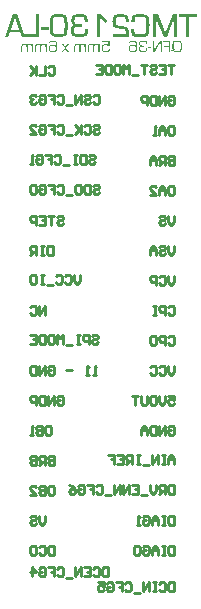
<source format=gbo>
G04*
G04 #@! TF.GenerationSoftware,Altium Limited,Altium Designer,20.2.6 (244)*
G04*
G04 Layer_Color=32896*
%FSLAX25Y25*%
%MOIN*%
G70*
G04*
G04 #@! TF.SameCoordinates,16A80645-BAA7-4206-B01B-76556F111C33*
G04*
G04*
G04 #@! TF.FilePolarity,Positive*
G04*
G01*
G75*
%ADD11C,0.01000*%
G36*
X43916Y9889D02*
X44033Y9878D01*
X44138Y9866D01*
X44238Y9849D01*
X44320Y9831D01*
X44396Y9814D01*
X44460Y9796D01*
X44519Y9778D01*
X44565Y9761D01*
X44606Y9743D01*
X44636Y9726D01*
X44659Y9714D01*
X44677Y9702D01*
X44682Y9697D01*
X44688D01*
X44729Y9656D01*
X44770Y9603D01*
X44799Y9544D01*
X44829Y9486D01*
X44875Y9346D01*
X44905Y9205D01*
X44922Y9076D01*
X44928Y9018D01*
Y8965D01*
X44934Y8924D01*
Y8895D01*
Y8872D01*
Y8866D01*
Y8720D01*
X44542D01*
X44536Y8878D01*
Y8959D01*
X44530Y9030D01*
X44524Y9094D01*
X44513Y9153D01*
X44501Y9205D01*
X44489Y9252D01*
X44478Y9293D01*
X44466Y9322D01*
X44442Y9375D01*
X44419Y9410D01*
X44402Y9427D01*
X44396Y9433D01*
X44366Y9451D01*
X44326Y9468D01*
X44273Y9486D01*
X44220Y9498D01*
X44097Y9515D01*
X43969Y9533D01*
X43846Y9539D01*
X43793D01*
X43746Y9544D01*
X43530D01*
X43425Y9539D01*
X43325Y9533D01*
X43243Y9527D01*
X43167Y9521D01*
X43103Y9509D01*
X43044Y9498D01*
X42998Y9492D01*
X42957Y9480D01*
X42922Y9468D01*
X42892Y9457D01*
X42875Y9451D01*
X42845Y9439D01*
X42840Y9433D01*
X42816Y9410D01*
X42793Y9375D01*
X42770Y9340D01*
X42758Y9293D01*
X42728Y9193D01*
X42711Y9094D01*
X42699Y8995D01*
Y8953D01*
X42693Y8913D01*
Y8883D01*
Y8860D01*
Y8842D01*
Y8837D01*
Y8760D01*
X42699Y8690D01*
X42711Y8632D01*
X42717Y8573D01*
X42734Y8527D01*
X42746Y8486D01*
X42775Y8415D01*
X42810Y8369D01*
X42834Y8339D01*
X42857Y8322D01*
X42863Y8316D01*
X42904Y8298D01*
X42951Y8287D01*
X43009Y8275D01*
X43080Y8263D01*
X43226Y8246D01*
X43384Y8234D01*
X43460Y8228D01*
X43600D01*
X43665Y8222D01*
X43922D01*
Y7871D01*
X43325D01*
X43243Y7865D01*
X43173Y7860D01*
X43103Y7854D01*
X43044Y7842D01*
X42998Y7830D01*
X42951Y7819D01*
X42910Y7807D01*
X42845Y7784D01*
X42805Y7760D01*
X42781Y7748D01*
X42775Y7743D01*
X42746Y7719D01*
X42723Y7684D01*
X42687Y7608D01*
X42658Y7520D01*
X42641Y7427D01*
X42629Y7345D01*
X42623Y7269D01*
Y7245D01*
Y7222D01*
Y7210D01*
Y7204D01*
Y7117D01*
X42629Y7035D01*
X42635Y6965D01*
X42647Y6900D01*
X42658Y6842D01*
X42676Y6795D01*
X42687Y6748D01*
X42699Y6713D01*
X42728Y6649D01*
X42758Y6613D01*
X42775Y6590D01*
X42781Y6584D01*
X42816Y6561D01*
X42857Y6543D01*
X42910Y6526D01*
X42963Y6508D01*
X43085Y6485D01*
X43208Y6473D01*
X43325Y6461D01*
X43378D01*
X43425Y6456D01*
X43653D01*
X43770Y6461D01*
X43881Y6467D01*
X43975Y6473D01*
X44062Y6479D01*
X44138Y6485D01*
X44203Y6497D01*
X44255Y6508D01*
X44302Y6514D01*
X44337Y6526D01*
X44372Y6532D01*
X44396Y6538D01*
X44413Y6543D01*
X44425Y6549D01*
X44431Y6555D01*
X44460Y6578D01*
X44484Y6608D01*
X44501Y6649D01*
X44524Y6690D01*
X44548Y6783D01*
X44571Y6883D01*
X44583Y6976D01*
Y7023D01*
X44589Y7058D01*
Y7087D01*
Y7117D01*
Y7128D01*
Y7134D01*
Y7351D01*
X44998D01*
Y7128D01*
X44993Y7011D01*
X44987Y6912D01*
X44975Y6812D01*
X44957Y6730D01*
X44934Y6655D01*
X44911Y6584D01*
X44887Y6526D01*
X44864Y6473D01*
X44840Y6432D01*
X44817Y6391D01*
X44793Y6362D01*
X44770Y6339D01*
X44753Y6321D01*
X44741Y6309D01*
X44729Y6298D01*
X44671Y6263D01*
X44600Y6233D01*
X44519Y6210D01*
X44431Y6186D01*
X44244Y6151D01*
X44051Y6128D01*
X43957Y6122D01*
X43869Y6116D01*
X43787Y6111D01*
X43717D01*
X43659Y6105D01*
X43431D01*
X43296Y6116D01*
X43173Y6122D01*
X43062Y6140D01*
X42963Y6151D01*
X42875Y6169D01*
X42799Y6192D01*
X42728Y6210D01*
X42670Y6227D01*
X42623Y6251D01*
X42582Y6268D01*
X42547Y6280D01*
X42524Y6298D01*
X42506Y6303D01*
X42500Y6315D01*
X42494D01*
X42448Y6362D01*
X42407Y6415D01*
X42372Y6473D01*
X42336Y6538D01*
X42290Y6678D01*
X42261Y6824D01*
X42237Y6959D01*
X42231Y7017D01*
Y7070D01*
X42225Y7117D01*
Y7146D01*
Y7169D01*
Y7175D01*
Y7257D01*
X42231Y7339D01*
X42237Y7409D01*
X42249Y7474D01*
X42261Y7532D01*
X42272Y7585D01*
X42284Y7631D01*
X42296Y7672D01*
X42319Y7737D01*
X42342Y7778D01*
X42360Y7807D01*
X42366Y7813D01*
X42395Y7842D01*
X42430Y7871D01*
X42512Y7924D01*
X42600Y7965D01*
X42693Y7994D01*
X42781Y8017D01*
X42851Y8035D01*
X42881Y8041D01*
X42904Y8047D01*
X42922D01*
Y8064D01*
X42851Y8076D01*
X42793Y8088D01*
X42687Y8117D01*
X42600Y8158D01*
X42530Y8193D01*
X42483Y8228D01*
X42448Y8257D01*
X42430Y8281D01*
X42424Y8287D01*
X42401Y8322D01*
X42383Y8369D01*
X42348Y8468D01*
X42325Y8579D01*
X42313Y8690D01*
X42301Y8790D01*
Y8837D01*
X42296Y8878D01*
Y8907D01*
Y8930D01*
Y8948D01*
Y8953D01*
Y9059D01*
X42307Y9153D01*
X42319Y9234D01*
X42336Y9316D01*
X42354Y9381D01*
X42377Y9445D01*
X42401Y9498D01*
X42424Y9544D01*
X42454Y9585D01*
X42477Y9620D01*
X42500Y9650D01*
X42518Y9673D01*
X42547Y9702D01*
X42553Y9708D01*
X42559D01*
X42612Y9743D01*
X42682Y9772D01*
X42758Y9796D01*
X42840Y9819D01*
X43015Y9849D01*
X43196Y9872D01*
X43284Y9878D01*
X43366Y9884D01*
X43442Y9889D01*
X43507Y9895D01*
X43782D01*
X43916Y9889D01*
D02*
G37*
G36*
X32456Y7977D02*
X32081D01*
X32058Y8041D01*
X32017Y8094D01*
X31964Y8140D01*
X31900Y8181D01*
X31830Y8217D01*
X31748Y8246D01*
X31584Y8287D01*
X31420Y8316D01*
X31344Y8322D01*
X31280Y8328D01*
X31227Y8333D01*
X31034D01*
X30935Y8328D01*
X30847Y8322D01*
X30765Y8310D01*
X30695Y8298D01*
X30631Y8281D01*
X30578Y8269D01*
X30525Y8257D01*
X30484Y8240D01*
X30455Y8228D01*
X30426Y8211D01*
X30403Y8199D01*
X30373Y8181D01*
X30367Y8175D01*
X30338Y8140D01*
X30309Y8100D01*
X30291Y8053D01*
X30268Y8000D01*
X30239Y7883D01*
X30221Y7760D01*
X30204Y7649D01*
Y7596D01*
X30198Y7550D01*
Y7514D01*
Y7485D01*
Y7468D01*
Y7462D01*
Y7339D01*
X30204Y7228D01*
X30209Y7123D01*
X30221Y7035D01*
X30233Y6953D01*
X30245Y6888D01*
X30262Y6824D01*
X30274Y6771D01*
X30286Y6730D01*
X30303Y6695D01*
X30315Y6666D01*
X30327Y6643D01*
X30338Y6625D01*
X30344Y6613D01*
X30350Y6608D01*
X30385Y6578D01*
X30426Y6555D01*
X30484Y6538D01*
X30543Y6520D01*
X30678Y6491D01*
X30818Y6473D01*
X30952Y6461D01*
X31017D01*
X31069Y6456D01*
X31292D01*
X31391Y6461D01*
X31485Y6467D01*
X31573Y6473D01*
X31643Y6485D01*
X31713Y6491D01*
X31766Y6502D01*
X31818Y6514D01*
X31859Y6526D01*
X31894Y6538D01*
X31918Y6543D01*
X31941Y6555D01*
X31970Y6567D01*
X31976Y6573D01*
X32006Y6602D01*
X32029Y6637D01*
X32046Y6678D01*
X32070Y6725D01*
X32093Y6824D01*
X32117Y6935D01*
X32128Y7035D01*
Y7082D01*
X32134Y7123D01*
Y7158D01*
Y7181D01*
Y7199D01*
Y7204D01*
X32526D01*
Y7058D01*
X32520Y6959D01*
X32514Y6865D01*
X32503Y6777D01*
X32485Y6701D01*
X32462Y6631D01*
X32438Y6567D01*
X32415Y6514D01*
X32386Y6467D01*
X32362Y6426D01*
X32339Y6391D01*
X32315Y6362D01*
X32292Y6339D01*
X32263Y6309D01*
X32251Y6298D01*
X32193Y6263D01*
X32122Y6233D01*
X32046Y6210D01*
X31959Y6186D01*
X31777Y6151D01*
X31590Y6128D01*
X31502Y6122D01*
X31420Y6116D01*
X31344Y6111D01*
X31280D01*
X31222Y6105D01*
X31146D01*
X30993Y6111D01*
X30859Y6116D01*
X30736Y6128D01*
X30625Y6146D01*
X30525Y6163D01*
X30438Y6186D01*
X30356Y6210D01*
X30291Y6233D01*
X30233Y6257D01*
X30180Y6280D01*
X30145Y6303D01*
X30110Y6321D01*
X30087Y6339D01*
X30069Y6350D01*
X30057Y6362D01*
X30011Y6415D01*
X29970Y6485D01*
X29940Y6561D01*
X29911Y6643D01*
X29864Y6824D01*
X29829Y7017D01*
X29823Y7105D01*
X29812Y7193D01*
X29806Y7269D01*
Y7339D01*
X29800Y7392D01*
Y7438D01*
Y7462D01*
Y7474D01*
Y7602D01*
X29812Y7713D01*
X29823Y7824D01*
X29841Y7918D01*
X29864Y8006D01*
X29888Y8082D01*
X29911Y8152D01*
X29935Y8217D01*
X29958Y8263D01*
X29981Y8310D01*
X30005Y8345D01*
X30028Y8374D01*
X30046Y8398D01*
X30057Y8415D01*
X30063Y8427D01*
X30069D01*
X30122Y8474D01*
X30192Y8515D01*
X30262Y8544D01*
X30338Y8573D01*
X30508Y8620D01*
X30672Y8655D01*
X30754Y8661D01*
X30830Y8673D01*
X30894Y8679D01*
X30958D01*
X31005Y8684D01*
X31075D01*
X31210Y8679D01*
X31333Y8673D01*
X31450Y8655D01*
X31549Y8638D01*
X31637Y8614D01*
X31719Y8585D01*
X31789Y8556D01*
X31848Y8532D01*
X31900Y8503D01*
X31941Y8474D01*
X31976Y8445D01*
X32006Y8421D01*
X32029Y8404D01*
X32041Y8386D01*
X32052Y8380D01*
Y8374D01*
X32058D01*
X32041Y9509D01*
X29952D01*
Y9860D01*
X32456D01*
Y7977D01*
D02*
G37*
G36*
X28016Y8778D02*
X28121Y8766D01*
X28215Y8743D01*
X28302Y8714D01*
X28378Y8679D01*
X28449Y8643D01*
X28513Y8602D01*
X28566Y8562D01*
X28613Y8521D01*
X28653Y8480D01*
X28683Y8445D01*
X28706Y8410D01*
X28730Y8380D01*
X28741Y8357D01*
X28753Y8345D01*
Y8339D01*
X28765Y8351D01*
X28753Y8743D01*
X29133D01*
Y6146D01*
X28753D01*
Y7620D01*
X28741Y7772D01*
X28718Y7901D01*
X28683Y8012D01*
X28630Y8111D01*
X28572Y8193D01*
X28507Y8263D01*
X28437Y8316D01*
X28367Y8363D01*
X28297Y8398D01*
X28226Y8421D01*
X28162Y8445D01*
X28104Y8456D01*
X28051Y8462D01*
X28016Y8468D01*
X27981D01*
X27881Y8462D01*
X27788Y8445D01*
X27711Y8421D01*
X27647Y8386D01*
X27589Y8351D01*
X27542Y8310D01*
X27507Y8263D01*
X27472Y8216D01*
X27448Y8164D01*
X27431Y8123D01*
X27419Y8076D01*
X27413Y8041D01*
X27407Y8006D01*
X27402Y7982D01*
Y7965D01*
Y7959D01*
X27396Y7842D01*
Y6146D01*
X27015D01*
Y7643D01*
Y7731D01*
X27010Y7807D01*
X26998Y7883D01*
X26992Y7947D01*
X26980Y8006D01*
X26963Y8059D01*
X26951Y8105D01*
X26934Y8146D01*
X26910Y8216D01*
X26881Y8257D01*
X26863Y8287D01*
X26858Y8292D01*
X26822Y8322D01*
X26787Y8351D01*
X26694Y8392D01*
X26594Y8427D01*
X26489Y8445D01*
X26395Y8456D01*
X26354Y8462D01*
X26319Y8468D01*
X26243D01*
X26126Y8462D01*
X26027Y8450D01*
X25945Y8427D01*
X25886Y8410D01*
X25840Y8386D01*
X25804Y8363D01*
X25787Y8351D01*
X25781Y8345D01*
X25740Y8292D01*
X25711Y8222D01*
X25688Y8140D01*
X25676Y8064D01*
X25664Y7994D01*
X25658Y7936D01*
Y7912D01*
Y7895D01*
Y7883D01*
Y7877D01*
Y6146D01*
X25278D01*
Y7842D01*
X25290Y8006D01*
X25319Y8152D01*
X25366Y8281D01*
X25424Y8386D01*
X25494Y8480D01*
X25570Y8556D01*
X25652Y8614D01*
X25740Y8667D01*
X25828Y8708D01*
X25910Y8737D01*
X25986Y8755D01*
X26056Y8772D01*
X26114Y8778D01*
X26161Y8784D01*
X26202D01*
X26319Y8778D01*
X26425Y8766D01*
X26524Y8743D01*
X26618Y8714D01*
X26694Y8679D01*
X26770Y8643D01*
X26834Y8602D01*
X26893Y8562D01*
X26939Y8521D01*
X26980Y8480D01*
X27015Y8445D01*
X27045Y8410D01*
X27062Y8380D01*
X27080Y8357D01*
X27086Y8345D01*
X27091Y8339D01*
X27103D01*
X27138Y8415D01*
X27179Y8485D01*
X27232Y8544D01*
X27290Y8597D01*
X27355Y8638D01*
X27419Y8673D01*
X27489Y8708D01*
X27559Y8731D01*
X27688Y8760D01*
X27747Y8772D01*
X27799Y8778D01*
X27840Y8784D01*
X27905D01*
X28016Y8778D01*
D02*
G37*
G36*
X23418Y8778D02*
X23523Y8766D01*
X23617Y8743D01*
X23704Y8714D01*
X23780Y8679D01*
X23851Y8643D01*
X23915Y8602D01*
X23968Y8562D01*
X24014Y8521D01*
X24055Y8480D01*
X24084Y8445D01*
X24108Y8410D01*
X24131Y8380D01*
X24143Y8357D01*
X24155Y8345D01*
Y8339D01*
X24167Y8351D01*
X24155Y8743D01*
X24535D01*
Y6146D01*
X24155D01*
Y7620D01*
X24143Y7772D01*
X24120Y7901D01*
X24084Y8012D01*
X24032Y8111D01*
X23973Y8193D01*
X23909Y8263D01*
X23839Y8316D01*
X23769Y8363D01*
X23698Y8398D01*
X23628Y8421D01*
X23564Y8445D01*
X23505Y8456D01*
X23453Y8462D01*
X23418Y8468D01*
X23383D01*
X23283Y8462D01*
X23189Y8445D01*
X23113Y8421D01*
X23049Y8386D01*
X22991Y8351D01*
X22944Y8310D01*
X22909Y8263D01*
X22874Y8216D01*
X22850Y8164D01*
X22833Y8123D01*
X22821Y8076D01*
X22815Y8041D01*
X22809Y8006D01*
X22803Y7982D01*
Y7965D01*
Y7959D01*
X22798Y7842D01*
Y6146D01*
X22417D01*
Y7643D01*
Y7731D01*
X22411Y7807D01*
X22400Y7883D01*
X22394Y7947D01*
X22382Y8006D01*
X22365Y8059D01*
X22353Y8105D01*
X22335Y8146D01*
X22312Y8216D01*
X22283Y8257D01*
X22265Y8287D01*
X22259Y8292D01*
X22224Y8322D01*
X22189Y8351D01*
X22096Y8392D01*
X21996Y8427D01*
X21891Y8445D01*
X21797Y8456D01*
X21756Y8462D01*
X21721Y8468D01*
X21645D01*
X21528Y8462D01*
X21429Y8450D01*
X21347Y8427D01*
X21288Y8410D01*
X21241Y8386D01*
X21206Y8363D01*
X21189Y8351D01*
X21183Y8345D01*
X21142Y8292D01*
X21113Y8222D01*
X21089Y8140D01*
X21078Y8064D01*
X21066Y7994D01*
X21060Y7936D01*
Y7912D01*
Y7895D01*
Y7883D01*
Y7877D01*
Y6146D01*
X20680D01*
Y7842D01*
X20692Y8006D01*
X20721Y8152D01*
X20768Y8281D01*
X20826Y8386D01*
X20896Y8480D01*
X20972Y8556D01*
X21054Y8614D01*
X21142Y8667D01*
X21230Y8708D01*
X21312Y8737D01*
X21388Y8755D01*
X21458Y8772D01*
X21516Y8778D01*
X21563Y8784D01*
X21604D01*
X21721Y8778D01*
X21826Y8766D01*
X21926Y8743D01*
X22019Y8714D01*
X22096Y8679D01*
X22172Y8643D01*
X22236Y8602D01*
X22295Y8562D01*
X22341Y8521D01*
X22382Y8480D01*
X22417Y8445D01*
X22446Y8410D01*
X22464Y8380D01*
X22482Y8357D01*
X22488Y8345D01*
X22493Y8339D01*
X22505D01*
X22540Y8415D01*
X22581Y8485D01*
X22634Y8544D01*
X22692Y8597D01*
X22757Y8638D01*
X22821Y8673D01*
X22891Y8708D01*
X22961Y8731D01*
X23090Y8760D01*
X23149Y8772D01*
X23201Y8778D01*
X23242Y8784D01*
X23306D01*
X23418Y8778D01*
D02*
G37*
G36*
X10378D02*
X10483Y8766D01*
X10577Y8743D01*
X10665Y8714D01*
X10741Y8679D01*
X10811Y8643D01*
X10875Y8602D01*
X10928Y8562D01*
X10975Y8521D01*
X11016Y8480D01*
X11045Y8445D01*
X11068Y8410D01*
X11092Y8380D01*
X11103Y8357D01*
X11115Y8345D01*
Y8339D01*
X11127Y8351D01*
X11115Y8743D01*
X11495D01*
Y6146D01*
X11115D01*
Y7620D01*
X11103Y7772D01*
X11080Y7901D01*
X11045Y8012D01*
X10992Y8111D01*
X10934Y8193D01*
X10869Y8263D01*
X10799Y8316D01*
X10729Y8363D01*
X10659Y8398D01*
X10589Y8421D01*
X10524Y8445D01*
X10466Y8456D01*
X10413Y8462D01*
X10378Y8468D01*
X10343D01*
X10243Y8462D01*
X10150Y8445D01*
X10074Y8421D01*
X10009Y8386D01*
X9951Y8351D01*
X9904Y8310D01*
X9869Y8263D01*
X9834Y8216D01*
X9811Y8164D01*
X9793Y8123D01*
X9781Y8076D01*
X9775Y8041D01*
X9770Y8006D01*
X9764Y7982D01*
Y7965D01*
Y7959D01*
X9758Y7842D01*
Y6146D01*
X9378D01*
Y7643D01*
Y7731D01*
X9372Y7807D01*
X9360Y7883D01*
X9354Y7947D01*
X9342Y8006D01*
X9325Y8059D01*
X9313Y8105D01*
X9296Y8146D01*
X9272Y8216D01*
X9243Y8257D01*
X9225Y8287D01*
X9220Y8292D01*
X9185Y8322D01*
X9149Y8351D01*
X9056Y8392D01*
X8956Y8427D01*
X8851Y8445D01*
X8758Y8456D01*
X8717Y8462D01*
X8681Y8468D01*
X8606D01*
X8489Y8462D01*
X8389Y8450D01*
X8307Y8427D01*
X8249Y8410D01*
X8202Y8386D01*
X8167Y8363D01*
X8149Y8351D01*
X8143Y8345D01*
X8102Y8292D01*
X8073Y8222D01*
X8050Y8140D01*
X8038Y8064D01*
X8026Y7994D01*
X8020Y7936D01*
Y7912D01*
Y7895D01*
Y7883D01*
Y7877D01*
Y6146D01*
X7640D01*
Y7842D01*
X7652Y8006D01*
X7681Y8152D01*
X7728Y8281D01*
X7786Y8386D01*
X7857Y8480D01*
X7933Y8556D01*
X8015Y8614D01*
X8102Y8667D01*
X8190Y8708D01*
X8272Y8737D01*
X8348Y8755D01*
X8418Y8772D01*
X8477Y8778D01*
X8524Y8784D01*
X8564D01*
X8681Y8778D01*
X8787Y8766D01*
X8886Y8743D01*
X8980Y8714D01*
X9056Y8679D01*
X9132Y8643D01*
X9196Y8602D01*
X9255Y8562D01*
X9302Y8521D01*
X9342Y8480D01*
X9378Y8445D01*
X9407Y8410D01*
X9425Y8380D01*
X9442Y8357D01*
X9448Y8345D01*
X9454Y8339D01*
X9465D01*
X9500Y8415D01*
X9542Y8485D01*
X9594Y8544D01*
X9653Y8597D01*
X9717Y8638D01*
X9781Y8673D01*
X9851Y8708D01*
X9922Y8731D01*
X10050Y8760D01*
X10109Y8772D01*
X10161Y8778D01*
X10203Y8784D01*
X10267D01*
X10378Y8778D01*
D02*
G37*
G36*
X5780D02*
X5885Y8766D01*
X5979Y8743D01*
X6067Y8714D01*
X6143Y8679D01*
X6213Y8643D01*
X6277Y8602D01*
X6330Y8562D01*
X6377Y8521D01*
X6418Y8480D01*
X6447Y8445D01*
X6470Y8410D01*
X6494Y8380D01*
X6505Y8357D01*
X6517Y8345D01*
Y8339D01*
X6529Y8351D01*
X6517Y8743D01*
X6897D01*
Y6146D01*
X6517D01*
Y7620D01*
X6505Y7772D01*
X6482Y7901D01*
X6447Y8012D01*
X6394Y8111D01*
X6336Y8193D01*
X6271Y8263D01*
X6201Y8316D01*
X6131Y8363D01*
X6061Y8398D01*
X5991Y8421D01*
X5926Y8445D01*
X5868Y8456D01*
X5815Y8462D01*
X5780Y8468D01*
X5745D01*
X5645Y8462D01*
X5552Y8445D01*
X5476Y8421D01*
X5411Y8386D01*
X5353Y8351D01*
X5306Y8310D01*
X5271Y8263D01*
X5236Y8216D01*
X5212Y8164D01*
X5195Y8123D01*
X5183Y8076D01*
X5177Y8041D01*
X5172Y8006D01*
X5166Y7982D01*
Y7965D01*
Y7959D01*
X5160Y7842D01*
Y6146D01*
X4780D01*
Y7643D01*
Y7731D01*
X4774Y7807D01*
X4762Y7883D01*
X4756Y7947D01*
X4744Y8006D01*
X4727Y8059D01*
X4715Y8105D01*
X4698Y8146D01*
X4674Y8216D01*
X4645Y8257D01*
X4628Y8287D01*
X4622Y8292D01*
X4586Y8322D01*
X4551Y8351D01*
X4458Y8392D01*
X4358Y8427D01*
X4253Y8445D01*
X4159Y8456D01*
X4118Y8462D01*
X4083Y8468D01*
X4007D01*
X3890Y8462D01*
X3791Y8450D01*
X3709Y8427D01*
X3650Y8410D01*
X3604Y8386D01*
X3569Y8363D01*
X3551Y8351D01*
X3545Y8345D01*
X3504Y8292D01*
X3475Y8222D01*
X3452Y8140D01*
X3440Y8064D01*
X3428Y7994D01*
X3422Y7936D01*
Y7912D01*
Y7895D01*
Y7883D01*
Y7877D01*
Y6146D01*
X3042D01*
Y7842D01*
X3054Y8006D01*
X3083Y8152D01*
X3130Y8281D01*
X3188Y8386D01*
X3259Y8480D01*
X3335Y8556D01*
X3416Y8614D01*
X3504Y8667D01*
X3592Y8708D01*
X3674Y8737D01*
X3750Y8755D01*
X3820Y8772D01*
X3879Y8778D01*
X3926Y8784D01*
X3966D01*
X4083Y8778D01*
X4189Y8766D01*
X4288Y8743D01*
X4382Y8714D01*
X4458Y8679D01*
X4534Y8643D01*
X4598Y8602D01*
X4657Y8562D01*
X4704Y8521D01*
X4744Y8480D01*
X4780Y8445D01*
X4809Y8410D01*
X4826Y8380D01*
X4844Y8357D01*
X4850Y8345D01*
X4856Y8339D01*
X4867D01*
X4902Y8415D01*
X4943Y8485D01*
X4996Y8544D01*
X5054Y8597D01*
X5119Y8638D01*
X5183Y8673D01*
X5253Y8708D01*
X5324Y8731D01*
X5452Y8760D01*
X5511Y8772D01*
X5564Y8778D01*
X5604Y8784D01*
X5669D01*
X5780Y8778D01*
D02*
G37*
G36*
X40558Y9884D02*
X40681Y9872D01*
X40786Y9860D01*
X40880Y9843D01*
X40968Y9819D01*
X41044Y9796D01*
X41108Y9778D01*
X41167Y9755D01*
X41213Y9732D01*
X41254Y9714D01*
X41284Y9691D01*
X41307Y9679D01*
X41324Y9667D01*
X41330Y9656D01*
X41336D01*
X41383Y9603D01*
X41418Y9544D01*
X41453Y9474D01*
X41482Y9404D01*
X41523Y9240D01*
X41559Y9076D01*
X41564Y9000D01*
X41576Y8924D01*
X41582Y8860D01*
Y8796D01*
X41588Y8749D01*
Y8714D01*
Y8684D01*
Y8679D01*
X41594Y8082D01*
X41588Y7409D01*
X41582Y7263D01*
X41576Y7134D01*
X41564Y7017D01*
X41547Y6906D01*
X41523Y6812D01*
X41500Y6725D01*
X41477Y6649D01*
X41453Y6584D01*
X41430Y6526D01*
X41406Y6479D01*
X41383Y6438D01*
X41360Y6409D01*
X41342Y6385D01*
X41330Y6368D01*
X41319Y6362D01*
Y6356D01*
X41260Y6309D01*
X41196Y6274D01*
X41114Y6239D01*
X41032Y6210D01*
X40845Y6169D01*
X40658Y6134D01*
X40564Y6128D01*
X40482Y6116D01*
X40400Y6111D01*
X40330D01*
X40277Y6105D01*
X40043D01*
X39909Y6116D01*
X39786Y6128D01*
X39669Y6140D01*
X39570Y6157D01*
X39482Y6175D01*
X39400Y6198D01*
X39330Y6222D01*
X39271Y6239D01*
X39224Y6263D01*
X39183Y6280D01*
X39148Y6298D01*
X39125Y6309D01*
X39107Y6321D01*
X39101Y6333D01*
X39096D01*
X39049Y6380D01*
X39008Y6438D01*
X38973Y6508D01*
X38938Y6578D01*
X38891Y6736D01*
X38862Y6900D01*
X38850Y6976D01*
X38838Y7046D01*
X38832Y7117D01*
Y7175D01*
X38827Y7222D01*
Y7263D01*
Y7286D01*
Y7292D01*
Y7415D01*
X38838Y7526D01*
X38850Y7626D01*
X38868Y7719D01*
X38885Y7801D01*
X38908Y7871D01*
X38932Y7936D01*
X38955Y7994D01*
X38979Y8047D01*
X39002Y8088D01*
X39026Y8117D01*
X39043Y8146D01*
X39061Y8170D01*
X39072Y8181D01*
X39078Y8193D01*
X39084D01*
X39137Y8234D01*
X39201Y8269D01*
X39271Y8304D01*
X39347Y8328D01*
X39511Y8369D01*
X39681Y8398D01*
X39757Y8410D01*
X39833Y8415D01*
X39903Y8421D01*
X39961D01*
X40014Y8427D01*
X40084D01*
X40231Y8421D01*
X40371Y8415D01*
X40488Y8398D01*
X40599Y8374D01*
X40699Y8351D01*
X40786Y8322D01*
X40862Y8292D01*
X40927Y8263D01*
X40985Y8228D01*
X41032Y8199D01*
X41067Y8170D01*
X41096Y8146D01*
X41120Y8123D01*
X41137Y8105D01*
X41143Y8100D01*
X41149Y8094D01*
X41155D01*
Y8848D01*
Y8930D01*
X41149Y9000D01*
X41137Y9071D01*
X41126Y9129D01*
X41114Y9182D01*
X41096Y9228D01*
X41079Y9269D01*
X41061Y9305D01*
X41032Y9357D01*
X41003Y9398D01*
X40979Y9416D01*
X40973Y9422D01*
X40933Y9445D01*
X40880Y9463D01*
X40821Y9480D01*
X40757Y9492D01*
X40611Y9515D01*
X40459Y9527D01*
X40318Y9539D01*
X40254D01*
X40195Y9544D01*
X40002D01*
X39926Y9539D01*
X39856Y9533D01*
X39792Y9527D01*
X39739Y9521D01*
X39687Y9515D01*
X39640Y9503D01*
X39605Y9498D01*
X39540Y9474D01*
X39499Y9463D01*
X39476Y9451D01*
X39470Y9445D01*
X39417Y9398D01*
X39382Y9340D01*
X39353Y9275D01*
X39336Y9211D01*
X39324Y9147D01*
X39318Y9094D01*
Y9059D01*
Y9053D01*
Y9047D01*
Y9036D01*
Y9012D01*
X39324Y8971D01*
X39330Y8936D01*
X39336Y8924D01*
Y8918D01*
X38926D01*
X38920Y9041D01*
X38926Y9129D01*
X38932Y9211D01*
X38943Y9287D01*
X38967Y9357D01*
X38985Y9416D01*
X39008Y9474D01*
X39037Y9521D01*
X39061Y9562D01*
X39113Y9632D01*
X39160Y9679D01*
X39195Y9708D01*
X39201Y9714D01*
X39207D01*
X39265Y9743D01*
X39336Y9772D01*
X39412Y9796D01*
X39499Y9819D01*
X39675Y9849D01*
X39856Y9872D01*
X39944Y9878D01*
X40020Y9884D01*
X40096Y9889D01*
X40160Y9895D01*
X40429D01*
X40558Y9884D01*
D02*
G37*
G36*
X13935Y9884D02*
X14058Y9872D01*
X14163Y9860D01*
X14256Y9843D01*
X14344Y9819D01*
X14420Y9796D01*
X14485Y9778D01*
X14543Y9755D01*
X14590Y9732D01*
X14631Y9714D01*
X14660Y9691D01*
X14684Y9679D01*
X14701Y9667D01*
X14707Y9656D01*
X14713D01*
X14760Y9603D01*
X14795Y9544D01*
X14830Y9474D01*
X14859Y9404D01*
X14900Y9240D01*
X14935Y9076D01*
X14941Y9000D01*
X14953Y8924D01*
X14958Y8860D01*
Y8796D01*
X14964Y8749D01*
Y8714D01*
Y8684D01*
Y8679D01*
X14970Y8082D01*
X14964Y7409D01*
X14958Y7263D01*
X14953Y7134D01*
X14941Y7017D01*
X14923Y6906D01*
X14900Y6812D01*
X14877Y6725D01*
X14853Y6649D01*
X14830Y6584D01*
X14807Y6526D01*
X14783Y6479D01*
X14760Y6438D01*
X14736Y6409D01*
X14719Y6385D01*
X14707Y6368D01*
X14695Y6362D01*
Y6356D01*
X14637Y6309D01*
X14572Y6274D01*
X14491Y6239D01*
X14409Y6210D01*
X14221Y6169D01*
X14034Y6134D01*
X13941Y6128D01*
X13859Y6116D01*
X13777Y6110D01*
X13707D01*
X13654Y6105D01*
X13420D01*
X13285Y6116D01*
X13163Y6128D01*
X13046Y6140D01*
X12946Y6157D01*
X12858Y6175D01*
X12776Y6198D01*
X12706Y6222D01*
X12648Y6239D01*
X12601Y6262D01*
X12560Y6280D01*
X12525Y6298D01*
X12502Y6309D01*
X12484Y6321D01*
X12478Y6333D01*
X12472D01*
X12426Y6380D01*
X12385Y6438D01*
X12349Y6508D01*
X12314Y6578D01*
X12268Y6736D01*
X12238Y6900D01*
X12227Y6976D01*
X12215Y7046D01*
X12209Y7117D01*
Y7175D01*
X12203Y7222D01*
Y7263D01*
Y7286D01*
Y7292D01*
Y7415D01*
X12215Y7526D01*
X12227Y7626D01*
X12244Y7719D01*
X12262Y7801D01*
X12285Y7871D01*
X12308Y7936D01*
X12332Y7994D01*
X12355Y8047D01*
X12379Y8088D01*
X12402Y8117D01*
X12420Y8146D01*
X12437Y8170D01*
X12449Y8181D01*
X12455Y8193D01*
X12461D01*
X12513Y8234D01*
X12578Y8269D01*
X12648Y8304D01*
X12724Y8328D01*
X12888Y8369D01*
X13057Y8398D01*
X13133Y8410D01*
X13209Y8415D01*
X13280Y8421D01*
X13338D01*
X13391Y8427D01*
X13461D01*
X13607Y8421D01*
X13748Y8415D01*
X13865Y8398D01*
X13976Y8374D01*
X14075Y8351D01*
X14163Y8322D01*
X14239Y8292D01*
X14303Y8263D01*
X14362Y8228D01*
X14409Y8199D01*
X14444Y8170D01*
X14473Y8146D01*
X14496Y8123D01*
X14514Y8105D01*
X14520Y8099D01*
X14526Y8094D01*
X14532D01*
Y8848D01*
Y8930D01*
X14526Y9000D01*
X14514Y9070D01*
X14502Y9129D01*
X14491Y9182D01*
X14473Y9228D01*
X14455Y9269D01*
X14438Y9305D01*
X14409Y9357D01*
X14379Y9398D01*
X14356Y9416D01*
X14350Y9421D01*
X14309Y9445D01*
X14256Y9463D01*
X14198Y9480D01*
X14134Y9492D01*
X13987Y9515D01*
X13835Y9527D01*
X13695Y9539D01*
X13631D01*
X13572Y9544D01*
X13379D01*
X13303Y9539D01*
X13233Y9533D01*
X13169Y9527D01*
X13116Y9521D01*
X13063Y9515D01*
X13016Y9503D01*
X12981Y9498D01*
X12917Y9474D01*
X12876Y9463D01*
X12853Y9451D01*
X12847Y9445D01*
X12794Y9398D01*
X12759Y9340D01*
X12730Y9275D01*
X12712Y9211D01*
X12700Y9147D01*
X12695Y9094D01*
Y9059D01*
Y9053D01*
Y9047D01*
Y9035D01*
Y9012D01*
X12700Y8971D01*
X12706Y8936D01*
X12712Y8924D01*
Y8918D01*
X12303D01*
X12297Y9041D01*
X12303Y9129D01*
X12308Y9211D01*
X12320Y9287D01*
X12344Y9357D01*
X12361Y9416D01*
X12385Y9474D01*
X12414Y9521D01*
X12437Y9562D01*
X12490Y9632D01*
X12537Y9679D01*
X12572Y9708D01*
X12578Y9714D01*
X12584D01*
X12642Y9743D01*
X12712Y9772D01*
X12788Y9796D01*
X12876Y9819D01*
X13051Y9849D01*
X13233Y9872D01*
X13321Y9878D01*
X13397Y9884D01*
X13473Y9889D01*
X13537Y9895D01*
X13806D01*
X13935Y9884D01*
D02*
G37*
G36*
X17954Y7503D02*
X18896Y6146D01*
X18445D01*
X17755Y7193D01*
X17064Y6146D01*
X16614D01*
X17556Y7520D01*
X16714Y8743D01*
X17170D01*
X17755Y7789D01*
X18346Y8743D01*
X18802D01*
X17954Y7503D01*
D02*
G37*
G36*
X46437Y7321D02*
X45279D01*
Y7672D01*
X46431D01*
X46437Y7321D01*
D02*
G37*
G36*
X49965Y6146D02*
X49544D01*
Y8942D01*
Y9217D01*
X49550Y9363D01*
Y9498D01*
X49544D01*
X49415Y9293D01*
X49292Y9082D01*
X49041Y8667D01*
X47485Y6146D01*
X46794D01*
Y9860D01*
X47215D01*
Y7035D01*
Y6760D01*
Y6619D01*
Y6479D01*
X47221D01*
X47397Y6771D01*
X47572Y7058D01*
X47929Y7637D01*
X49281Y9860D01*
X49965D01*
Y6146D01*
D02*
G37*
G36*
X52685D02*
X52264D01*
Y7854D01*
X50456D01*
Y8205D01*
X52264D01*
Y9509D01*
X50404D01*
Y9860D01*
X52685D01*
Y6146D01*
D02*
G37*
G36*
X55166Y9889D02*
X55329Y9884D01*
X55481Y9866D01*
X55622Y9849D01*
X55739Y9825D01*
X55850Y9802D01*
X55944Y9772D01*
X56020Y9743D01*
X56090Y9714D01*
X56148Y9685D01*
X56195Y9661D01*
X56230Y9638D01*
X56254Y9620D01*
X56277Y9603D01*
X56283Y9597D01*
X56289Y9591D01*
X56336Y9527D01*
X56376Y9439D01*
X56412Y9346D01*
X56447Y9240D01*
X56470Y9123D01*
X56494Y9000D01*
X56523Y8755D01*
X56534Y8638D01*
X56546Y8521D01*
X56552Y8421D01*
Y8328D01*
X56558Y8252D01*
Y8199D01*
Y8175D01*
Y8158D01*
Y8152D01*
Y8146D01*
Y8017D01*
Y7895D01*
X56552Y7778D01*
X56546Y7666D01*
X56540Y7561D01*
X56534Y7456D01*
X56523Y7275D01*
X56499Y7117D01*
X56482Y6976D01*
X56458Y6853D01*
X56435Y6748D01*
X56418Y6660D01*
X56394Y6590D01*
X56371Y6532D01*
X56353Y6485D01*
X56341Y6456D01*
X56330Y6432D01*
X56318Y6420D01*
Y6415D01*
X56265Y6362D01*
X56189Y6315D01*
X56107Y6268D01*
X56008Y6233D01*
X55903Y6204D01*
X55786Y6181D01*
X55558Y6146D01*
X55446Y6128D01*
X55341Y6122D01*
X55242Y6116D01*
X55154Y6111D01*
X55084Y6105D01*
X54978D01*
X54785Y6111D01*
X54610Y6122D01*
X54446Y6146D01*
X54306Y6169D01*
X54177Y6204D01*
X54066Y6239D01*
X53966Y6274D01*
X53885Y6315D01*
X53808Y6356D01*
X53750Y6391D01*
X53697Y6426D01*
X53662Y6461D01*
X53633Y6485D01*
X53615Y6508D01*
X53604Y6520D01*
X53598Y6526D01*
X53264Y6309D01*
X53095Y6596D01*
X53463Y6842D01*
X53452Y6900D01*
X53440Y6976D01*
X53428Y7058D01*
X53422Y7152D01*
X53411Y7351D01*
X53399Y7550D01*
Y7649D01*
Y7743D01*
X53393Y7824D01*
Y7901D01*
Y7959D01*
Y8006D01*
Y8035D01*
Y8047D01*
Y8269D01*
X53405Y8468D01*
X53416Y8643D01*
X53434Y8807D01*
X53457Y8948D01*
X53481Y9076D01*
X53504Y9182D01*
X53528Y9275D01*
X53551Y9357D01*
X53574Y9422D01*
X53598Y9474D01*
X53621Y9515D01*
X53639Y9550D01*
X53650Y9568D01*
X53656Y9579D01*
X53662Y9585D01*
X53721Y9638D01*
X53797Y9691D01*
X53879Y9732D01*
X53978Y9767D01*
X54083Y9796D01*
X54194Y9819D01*
X54417Y9854D01*
X54528Y9872D01*
X54633Y9878D01*
X54727Y9884D01*
X54809Y9889D01*
X54879Y9895D01*
X54978D01*
X55166Y9889D01*
D02*
G37*
G36*
X23024Y18700D02*
X23270Y18688D01*
X23481Y18653D01*
X23680Y18630D01*
X23856Y18595D01*
X24008Y18548D01*
X24137Y18512D01*
X24254Y18477D01*
X24359Y18431D01*
X24430Y18395D01*
X24500Y18372D01*
X24547Y18337D01*
X24582Y18325D01*
X24593Y18302D01*
X24605D01*
X24699Y18220D01*
X24781Y18114D01*
X24851Y17997D01*
X24910Y17857D01*
X25003Y17576D01*
X25062Y17295D01*
X25109Y17025D01*
X25120Y16908D01*
Y16803D01*
X25132Y16721D01*
Y16651D01*
Y16604D01*
Y16592D01*
Y16194D01*
X24113D01*
Y16615D01*
Y16768D01*
X24102Y16896D01*
X24090Y17014D01*
X24078Y17119D01*
X24055Y17213D01*
X24043Y17295D01*
X23996Y17435D01*
X23949Y17529D01*
X23914Y17587D01*
X23891Y17611D01*
X23879Y17623D01*
X23821Y17658D01*
X23750Y17681D01*
X23657Y17705D01*
X23563Y17728D01*
X23329Y17763D01*
X23095Y17786D01*
X22860Y17798D01*
X22755Y17810D01*
X22263D01*
X22064Y17798D01*
X21889D01*
X21725Y17786D01*
X21596Y17763D01*
X21467Y17751D01*
X21362Y17740D01*
X21280Y17716D01*
X21198Y17705D01*
X21139Y17681D01*
X21092Y17669D01*
X21057Y17658D01*
X21010Y17634D01*
X20999Y17623D01*
X20952Y17576D01*
X20917Y17517D01*
X20881Y17459D01*
X20846Y17377D01*
X20799Y17201D01*
X20776Y17014D01*
X20753Y16826D01*
X20741Y16674D01*
Y16615D01*
Y16569D01*
Y16545D01*
Y16533D01*
Y16393D01*
X20753Y16276D01*
X20764Y16159D01*
X20788Y16065D01*
X20835Y15901D01*
X20881Y15772D01*
X20940Y15690D01*
X20987Y15632D01*
X21022Y15608D01*
X21034Y15597D01*
X21104Y15573D01*
X21186Y15550D01*
X21303Y15527D01*
X21432Y15515D01*
X21572Y15491D01*
X21725Y15480D01*
X22041Y15468D01*
X22345Y15456D01*
X22474Y15445D01*
X22837D01*
X23142Y15456D01*
Y14531D01*
X21865D01*
X21713Y14519D01*
X21572Y14508D01*
X21455Y14496D01*
X21350Y14484D01*
X21256Y14461D01*
X21162Y14437D01*
X21092Y14426D01*
X20987Y14379D01*
X20905Y14344D01*
X20870Y14320D01*
X20858Y14309D01*
X20811Y14262D01*
X20776Y14203D01*
X20706Y14074D01*
X20659Y13911D01*
X20636Y13747D01*
X20612Y13594D01*
X20600Y13465D01*
Y13419D01*
Y13384D01*
Y13360D01*
Y13348D01*
Y13184D01*
X20612Y13032D01*
X20624Y12903D01*
X20647Y12786D01*
X20659Y12681D01*
X20682Y12587D01*
X20706Y12505D01*
X20729Y12435D01*
X20788Y12330D01*
X20823Y12259D01*
X20858Y12224D01*
X20870Y12213D01*
X20928Y12177D01*
X21010Y12142D01*
X21092Y12107D01*
X21198Y12084D01*
X21420Y12049D01*
X21654Y12014D01*
X21877Y12002D01*
X21971D01*
X22064Y11990D01*
X22497D01*
X22720Y12002D01*
X22931D01*
X23106Y12014D01*
X23270Y12025D01*
X23411Y12037D01*
X23528Y12060D01*
X23633Y12072D01*
X23715Y12084D01*
X23786Y12107D01*
X23844Y12119D01*
X23879Y12131D01*
X23938Y12142D01*
X23949Y12154D01*
X23996Y12201D01*
X24043Y12248D01*
X24078Y12318D01*
X24102Y12388D01*
X24148Y12564D01*
X24184Y12751D01*
X24207Y12927D01*
X24219Y13067D01*
Y13126D01*
Y13173D01*
Y13196D01*
Y13208D01*
Y13735D01*
X25249D01*
Y13196D01*
X25238Y12962D01*
X25226Y12751D01*
X25202Y12552D01*
X25156Y12376D01*
X25120Y12224D01*
X25074Y12084D01*
X25015Y11967D01*
X24968Y11850D01*
X24910Y11768D01*
X24863Y11686D01*
X24816Y11627D01*
X24769Y11569D01*
X24734Y11533D01*
X24711Y11510D01*
X24699Y11486D01*
X24687D01*
X24570Y11416D01*
X24418Y11346D01*
X24254Y11299D01*
X24078Y11252D01*
X23692Y11182D01*
X23305Y11124D01*
X23106Y11112D01*
X22931Y11100D01*
X22767Y11088D01*
X22626D01*
X22509Y11077D01*
X22052D01*
X21783Y11100D01*
X21537Y11124D01*
X21315Y11147D01*
X21116Y11182D01*
X20940Y11217D01*
X20776Y11252D01*
X20636Y11299D01*
X20518Y11346D01*
X20413Y11381D01*
X20331Y11416D01*
X20272Y11451D01*
X20214Y11486D01*
X20179Y11498D01*
X20167Y11522D01*
X20155D01*
X20050Y11615D01*
X19968Y11721D01*
X19886Y11850D01*
X19827Y11990D01*
X19722Y12283D01*
X19652Y12576D01*
X19617Y12845D01*
X19593Y12974D01*
Y13079D01*
X19582Y13161D01*
Y13231D01*
Y13278D01*
Y13290D01*
Y13465D01*
X19593Y13618D01*
X19605Y13758D01*
X19628Y13899D01*
X19652Y14016D01*
X19675Y14121D01*
X19710Y14215D01*
X19734Y14297D01*
X19792Y14437D01*
X19839Y14531D01*
X19874Y14590D01*
X19886Y14601D01*
X20015Y14730D01*
X20179Y14836D01*
X20355Y14918D01*
X20530Y14988D01*
X20593Y15001D01*
X20518Y15023D01*
X20355Y15105D01*
X20226Y15187D01*
X20120Y15257D01*
X20050Y15327D01*
X20015Y15374D01*
X20003Y15386D01*
X19956Y15468D01*
X19909Y15562D01*
X19839Y15772D01*
X19792Y15995D01*
X19757Y16229D01*
X19734Y16440D01*
Y16533D01*
X19722Y16604D01*
Y16674D01*
Y16721D01*
Y16756D01*
Y16768D01*
X19734Y16978D01*
X19746Y17166D01*
X19769Y17342D01*
X19804Y17505D01*
X19851Y17646D01*
X19898Y17775D01*
X19945Y17892D01*
X20003Y17986D01*
X20050Y18067D01*
X20109Y18138D01*
X20155Y18196D01*
X20190Y18243D01*
X20261Y18302D01*
X20272Y18325D01*
X20284D01*
X20401Y18395D01*
X20530Y18454D01*
X20694Y18512D01*
X20858Y18559D01*
X21221Y18630D01*
X21584Y18677D01*
X21760Y18688D01*
X21924Y18700D01*
X22076Y18712D01*
X22205Y18723D01*
X22767D01*
X23024Y18700D01*
D02*
G37*
G36*
X36608Y18700D02*
X36866Y18677D01*
X37100Y18653D01*
X37311Y18618D01*
X37498Y18571D01*
X37662Y18536D01*
X37814Y18489D01*
X37931Y18442D01*
X38037Y18407D01*
X38130Y18360D01*
X38201Y18325D01*
X38247Y18302D01*
X38294Y18278D01*
X38306Y18255D01*
X38318D01*
X38423Y18161D01*
X38505Y18044D01*
X38587Y17915D01*
X38657Y17775D01*
X38763Y17470D01*
X38833Y17178D01*
X38856Y17025D01*
X38868Y16897D01*
X38880Y16768D01*
X38891Y16662D01*
X38903Y16569D01*
Y16498D01*
Y16452D01*
Y16440D01*
X38915Y15948D01*
X37873D01*
Y16487D01*
Y16651D01*
X37861Y16803D01*
X37849Y16932D01*
X37826Y17049D01*
X37802Y17154D01*
X37779Y17236D01*
X37756Y17318D01*
X37720Y17388D01*
X37674Y17494D01*
X37627Y17552D01*
X37592Y17587D01*
X37580Y17599D01*
X37510Y17634D01*
X37428Y17669D01*
X37322Y17693D01*
X37205Y17716D01*
X36948Y17763D01*
X36678Y17786D01*
X36421Y17798D01*
X36303D01*
X36198Y17810D01*
X35823D01*
X35660Y17798D01*
X35507Y17786D01*
X35378Y17775D01*
X35261Y17751D01*
X35156Y17728D01*
X35062Y17705D01*
X34992Y17681D01*
X34863Y17634D01*
X34781Y17587D01*
X34734Y17564D01*
X34723Y17552D01*
X34676Y17494D01*
X34629Y17435D01*
X34559Y17271D01*
X34512Y17084D01*
X34477Y16897D01*
X34453Y16709D01*
Y16627D01*
X34442Y16557D01*
Y16498D01*
Y16452D01*
Y16428D01*
Y16417D01*
Y16229D01*
X34453Y16065D01*
X34465Y15925D01*
X34477Y15796D01*
X34500Y15679D01*
X34524Y15573D01*
X34547Y15480D01*
X34570Y15409D01*
X34594Y15339D01*
X34617Y15292D01*
X34664Y15222D01*
X34688Y15175D01*
X34699Y15164D01*
X34758Y15128D01*
X34840Y15081D01*
X34933Y15046D01*
X35039Y15011D01*
X35296Y14953D01*
X35566Y14894D01*
X35823Y14847D01*
X35941Y14836D01*
X36034Y14812D01*
X36128Y14800D01*
X36186D01*
X36233Y14789D01*
X36245D01*
X36549Y14754D01*
X36830Y14707D01*
X37076Y14660D01*
X37311Y14613D01*
X37510Y14566D01*
X37685Y14519D01*
X37849Y14473D01*
X37978Y14426D01*
X38095Y14379D01*
X38189Y14332D01*
X38271Y14297D01*
X38329Y14262D01*
X38376Y14238D01*
X38411Y14215D01*
X38423Y14203D01*
X38435D01*
X38517Y14121D01*
X38599Y14028D01*
X38657Y13922D01*
X38716Y13793D01*
X38798Y13536D01*
X38856Y13278D01*
X38891Y13021D01*
X38903Y12915D01*
Y12822D01*
X38915Y12740D01*
Y12681D01*
Y12634D01*
Y12622D01*
Y11147D01*
X33446D01*
Y12060D01*
X37861D01*
Y12189D01*
Y12388D01*
X37849Y12564D01*
X37837Y12716D01*
X37826Y12857D01*
X37814Y12985D01*
X37791Y13091D01*
X37767Y13184D01*
X37744Y13255D01*
X37732Y13325D01*
X37709Y13372D01*
X37674Y13454D01*
X37650Y13489D01*
X37639Y13501D01*
X37580Y13536D01*
X37498Y13583D01*
X37404Y13618D01*
X37287Y13653D01*
X37029Y13711D01*
X36760Y13758D01*
X36491Y13805D01*
X36374Y13817D01*
X36268Y13828D01*
X36186Y13840D01*
X36116Y13852D01*
X36058D01*
X35765Y13887D01*
X35507Y13922D01*
X35261Y13969D01*
X35039Y14016D01*
X34852Y14074D01*
X34676Y14121D01*
X34524Y14180D01*
X34395Y14227D01*
X34278Y14285D01*
X34184Y14332D01*
X34102Y14367D01*
X34043Y14414D01*
X33997Y14437D01*
X33961Y14461D01*
X33938Y14484D01*
X33844Y14578D01*
X33762Y14695D01*
X33704Y14824D01*
X33645Y14964D01*
X33552Y15269D01*
X33481Y15573D01*
X33470Y15726D01*
X33446Y15854D01*
X33435Y15983D01*
Y16089D01*
X33423Y16182D01*
Y16252D01*
Y16299D01*
Y16311D01*
Y16569D01*
X33446Y16791D01*
X33470Y17014D01*
X33505Y17201D01*
X33552Y17377D01*
X33599Y17529D01*
X33645Y17669D01*
X33692Y17798D01*
X33751Y17892D01*
X33798Y17986D01*
X33844Y18056D01*
X33891Y18114D01*
X33926Y18161D01*
X33950Y18196D01*
X33961Y18220D01*
X33973D01*
X34090Y18314D01*
X34219Y18384D01*
X34360Y18454D01*
X34524Y18512D01*
X34863Y18606D01*
X35203Y18665D01*
X35367Y18677D01*
X35519Y18700D01*
X35660Y18712D01*
X35777D01*
X35882Y18723D01*
X36327D01*
X36608Y18700D01*
D02*
G37*
G36*
X31549Y16346D02*
X30905Y15749D01*
X29160Y17810D01*
Y11147D01*
X28106D01*
Y18653D01*
X29465D01*
X31549Y16346D01*
D02*
G37*
G36*
X12111Y13454D02*
X9605D01*
Y14367D01*
X12099D01*
X12111Y13454D01*
D02*
G37*
G36*
X55063Y11147D02*
X54009D01*
Y17084D01*
Y17338D01*
X53962Y17260D01*
X51433Y11147D01*
X50461D01*
X47943Y17236D01*
X47885Y17389D01*
Y17084D01*
Y11147D01*
X46831D01*
Y18653D01*
X48482D01*
X50437Y13864D01*
X50754Y13103D01*
X50801Y13009D01*
X50836Y12903D01*
X50859Y12857D01*
X50883Y12810D01*
X50894Y12786D01*
Y12775D01*
X50962Y12600D01*
X51035Y12775D01*
X51164Y13103D01*
X51480Y13875D01*
X53447Y18653D01*
X55063D01*
Y11147D01*
D02*
G37*
G36*
X42943Y18700D02*
X43259Y18677D01*
X43540Y18653D01*
X43798Y18618D01*
X44020Y18571D01*
X44208Y18524D01*
X44383Y18489D01*
X44536Y18442D01*
X44653Y18395D01*
X44758Y18360D01*
X44840Y18314D01*
X44899Y18290D01*
X44934Y18267D01*
X44957Y18243D01*
X44969D01*
X45168Y18091D01*
X45320Y17927D01*
X45437Y17775D01*
X45531Y17623D01*
X45590Y17505D01*
X45636Y17400D01*
X45648Y17342D01*
X45660Y17330D01*
Y17318D01*
X45683Y17213D01*
X45695Y17072D01*
X45707Y16908D01*
X45718Y16733D01*
X45730Y16533D01*
X45742Y16334D01*
X45753Y15925D01*
Y15737D01*
Y15550D01*
X45765Y15374D01*
Y15222D01*
Y15093D01*
Y14999D01*
Y14941D01*
Y14918D01*
X45753Y14473D01*
X45742Y14074D01*
X45718Y13711D01*
X45683Y13384D01*
X45648Y13103D01*
X45601Y12845D01*
X45554Y12611D01*
X45508Y12423D01*
X45461Y12259D01*
X45414Y12119D01*
X45367Y12002D01*
X45332Y11920D01*
X45297Y11850D01*
X45273Y11803D01*
X45250Y11779D01*
Y11768D01*
X45133Y11650D01*
X44992Y11545D01*
X44828Y11451D01*
X44653Y11369D01*
X44454Y11299D01*
X44255Y11241D01*
X43845Y11159D01*
X43646Y11135D01*
X43458Y11112D01*
X43294Y11100D01*
X43142Y11088D01*
X43013Y11077D01*
X42463D01*
X42123Y11088D01*
X41819Y11112D01*
X41550Y11135D01*
X41304Y11170D01*
X41093Y11206D01*
X40905Y11241D01*
X40742Y11276D01*
X40613Y11311D01*
X40496Y11346D01*
X40402Y11381D01*
X40332Y11416D01*
X40273Y11440D01*
X40238Y11463D01*
X40226Y11475D01*
X40215D01*
X40121Y11557D01*
X40027Y11674D01*
X39957Y11803D01*
X39898Y11943D01*
X39793Y12259D01*
X39735Y12599D01*
X39711Y12751D01*
X39688Y12903D01*
X39676Y13044D01*
Y13173D01*
X39664Y13278D01*
Y13348D01*
Y13407D01*
Y13419D01*
Y13805D01*
X40718D01*
X40695Y13255D01*
Y13103D01*
X40707Y12962D01*
X40730Y12833D01*
X40742Y12728D01*
X40765Y12622D01*
X40800Y12540D01*
X40859Y12400D01*
X40917Y12295D01*
X40976Y12236D01*
X41011Y12201D01*
X41023Y12189D01*
X41093Y12154D01*
X41187Y12119D01*
X41304Y12095D01*
X41421Y12072D01*
X41714Y12037D01*
X42006Y12014D01*
X42287Y12002D01*
X42416D01*
X42533Y11990D01*
X43013D01*
X43236Y12014D01*
X43447Y12037D01*
X43622Y12060D01*
X43786Y12107D01*
X43927Y12142D01*
X44044Y12189D01*
X44137Y12236D01*
X44219Y12271D01*
X44290Y12318D01*
X44337Y12365D01*
X44383Y12400D01*
X44430Y12447D01*
X44442Y12470D01*
X44465Y12529D01*
X44477Y12587D01*
X44500Y12669D01*
X44524Y12763D01*
X44547Y12974D01*
X44583Y13231D01*
X44594Y13501D01*
X44618Y13805D01*
X44641Y14414D01*
X44653Y14718D01*
X44664Y15011D01*
Y15281D01*
X44676Y15527D01*
Y15632D01*
Y15726D01*
Y15808D01*
Y15878D01*
Y15936D01*
Y15971D01*
Y15995D01*
Y16007D01*
Y16229D01*
X44664Y16440D01*
X44641Y16615D01*
X44618Y16780D01*
X44594Y16920D01*
X44571Y17049D01*
X44536Y17154D01*
X44500Y17248D01*
X44477Y17330D01*
X44442Y17388D01*
X44418Y17435D01*
X44383Y17482D01*
X44348Y17529D01*
X44337Y17541D01*
X44255Y17587D01*
X44149Y17634D01*
X44009Y17669D01*
X43868Y17693D01*
X43704Y17728D01*
X43529Y17740D01*
X43166Y17775D01*
X42990Y17786D01*
X42826Y17798D01*
X42674D01*
X42533Y17810D01*
X42088D01*
X41936Y17798D01*
X41796Y17786D01*
X41667Y17775D01*
X41561Y17763D01*
X41456Y17740D01*
X41374Y17716D01*
X41304Y17705D01*
X41187Y17658D01*
X41116Y17623D01*
X41069Y17599D01*
X41058Y17587D01*
X41011Y17541D01*
X40976Y17482D01*
X40917Y17330D01*
X40870Y17166D01*
X40847Y16978D01*
X40824Y16815D01*
X40812Y16674D01*
Y16627D01*
Y16580D01*
Y16557D01*
Y16545D01*
X40800Y16206D01*
X39758D01*
Y16452D01*
Y16698D01*
X39781Y16920D01*
X39805Y17119D01*
X39840Y17306D01*
X39875Y17470D01*
X39922Y17611D01*
X39969Y17740D01*
X40016Y17857D01*
X40074Y17962D01*
X40121Y18044D01*
X40168Y18103D01*
X40203Y18161D01*
X40238Y18208D01*
X40262Y18232D01*
X40273Y18255D01*
X40285D01*
X40390Y18337D01*
X40519Y18407D01*
X40660Y18477D01*
X40800Y18524D01*
X41128Y18606D01*
X41444Y18665D01*
X41608Y18688D01*
X41749Y18700D01*
X41877Y18712D01*
X41995D01*
X42088Y18723D01*
X42603D01*
X42943Y18700D01*
D02*
G37*
G36*
X9089Y11147D02*
X4288D01*
X3246D01*
X2684Y12693D01*
X-841D01*
X-1403Y11147D01*
X-2468D01*
X295Y18653D01*
X1619D01*
X4288Y11212D01*
Y12131D01*
X8036D01*
Y18653D01*
X9089D01*
Y11147D01*
D02*
G37*
G36*
X61468Y17669D02*
X59091D01*
Y11147D01*
X58037D01*
Y17669D01*
X55684D01*
Y18653D01*
X61468D01*
Y17669D01*
D02*
G37*
G36*
X15858Y18712D02*
X16186Y18700D01*
X16490Y18677D01*
X16748Y18630D01*
X16982Y18595D01*
X17193Y18548D01*
X17368Y18489D01*
X17521Y18442D01*
X17650Y18384D01*
X17755Y18337D01*
X17837Y18278D01*
X17907Y18243D01*
X17954Y18208D01*
X17989Y18173D01*
X18001Y18161D01*
X18012Y18149D01*
X18094Y18021D01*
X18165Y17857D01*
X18223Y17669D01*
X18282Y17447D01*
X18317Y17213D01*
X18352Y16955D01*
X18411Y16452D01*
X18434Y16194D01*
X18446Y15960D01*
X18458Y15749D01*
Y15550D01*
X18469Y15386D01*
Y15269D01*
Y15222D01*
Y15187D01*
Y15175D01*
Y15164D01*
Y14906D01*
Y14660D01*
X18458Y14426D01*
X18446Y14215D01*
Y14004D01*
X18434Y13805D01*
X18399Y13454D01*
X18375Y13138D01*
X18340Y12857D01*
X18305Y12622D01*
X18258Y12423D01*
X18223Y12259D01*
X18188Y12119D01*
X18153Y12002D01*
X18118Y11920D01*
X18094Y11861D01*
X18071Y11826D01*
X18059Y11803D01*
Y11791D01*
X17942Y11662D01*
X17790Y11557D01*
X17626Y11463D01*
X17427Y11381D01*
X17228Y11311D01*
X17005Y11252D01*
X16572Y11170D01*
X16361Y11135D01*
X16162Y11112D01*
X15975Y11100D01*
X15823Y11088D01*
X15682Y11077D01*
X15495D01*
X15132Y11088D01*
X14816Y11112D01*
X14511Y11147D01*
X14254Y11194D01*
X14019Y11241D01*
X13809Y11299D01*
X13621Y11369D01*
X13469Y11440D01*
X13329Y11498D01*
X13223Y11569D01*
X13129Y11627D01*
X13059Y11686D01*
X13001Y11721D01*
X12966Y11756D01*
X12954Y11779D01*
X12942Y11791D01*
X12872Y11920D01*
X12801Y12084D01*
X12743Y12283D01*
X12696Y12517D01*
X12661Y12763D01*
X12626Y13021D01*
X12567Y13559D01*
X12556Y13817D01*
X12544Y14074D01*
X12532Y14297D01*
Y14496D01*
X12520Y14672D01*
Y14800D01*
Y14847D01*
Y14882D01*
Y14894D01*
Y14906D01*
Y15152D01*
Y15386D01*
X12544Y15808D01*
X12567Y16194D01*
X12591Y16533D01*
X12626Y16838D01*
X12661Y17096D01*
X12708Y17330D01*
X12743Y17517D01*
X12790Y17681D01*
X12837Y17822D01*
X12872Y17927D01*
X12907Y18009D01*
X12930Y18067D01*
X12954Y18103D01*
X12977Y18126D01*
Y18138D01*
X13083Y18243D01*
X13211Y18337D01*
X13375Y18407D01*
X13563Y18477D01*
X13762Y18536D01*
X13972Y18583D01*
X14406Y18653D01*
X14617Y18677D01*
X14816Y18688D01*
X15003Y18712D01*
X15167D01*
X15296Y18723D01*
X15495D01*
X15858Y18712D01*
D02*
G37*
%LPC*%
G36*
X40312Y8076D02*
X40090D01*
X39985Y8070D01*
X39885Y8064D01*
X39798Y8053D01*
X39722Y8047D01*
X39657Y8035D01*
X39593Y8023D01*
X39546Y8012D01*
X39505Y7994D01*
X39470Y7982D01*
X39441Y7971D01*
X39417Y7965D01*
X39388Y7947D01*
X39382Y7942D01*
X39353Y7912D01*
X39330Y7871D01*
X39306Y7824D01*
X39289Y7778D01*
X39265Y7661D01*
X39242Y7538D01*
X39230Y7427D01*
Y7374D01*
X39224Y7333D01*
Y7292D01*
Y7263D01*
Y7245D01*
Y7239D01*
Y7146D01*
X39230Y7058D01*
X39242Y6982D01*
X39248Y6912D01*
X39259Y6848D01*
X39277Y6795D01*
X39289Y6748D01*
X39306Y6707D01*
X39324Y6678D01*
X39336Y6649D01*
X39365Y6608D01*
X39382Y6584D01*
X39388Y6578D01*
X39423Y6555D01*
X39470Y6538D01*
X39523Y6520D01*
X39581Y6508D01*
X39716Y6485D01*
X39856Y6473D01*
X39985Y6461D01*
X40043D01*
X40096Y6456D01*
X40324D01*
X40429Y6461D01*
X40529Y6473D01*
X40617Y6479D01*
X40693Y6491D01*
X40763Y6508D01*
X40821Y6520D01*
X40874Y6538D01*
X40915Y6549D01*
X40950Y6561D01*
X40979Y6578D01*
X41003Y6590D01*
X41020Y6602D01*
X41032Y6608D01*
X41038Y6613D01*
X41067Y6649D01*
X41091Y6695D01*
X41108Y6748D01*
X41131Y6807D01*
X41155Y6941D01*
X41178Y7082D01*
X41190Y7210D01*
Y7269D01*
X41196Y7321D01*
Y7368D01*
Y7397D01*
Y7421D01*
Y7427D01*
Y7497D01*
X41190Y7567D01*
X41178Y7626D01*
X41167Y7678D01*
X41137Y7772D01*
X41102Y7842D01*
X41073Y7895D01*
X41044Y7930D01*
X41020Y7947D01*
X41014Y7953D01*
X40973Y7977D01*
X40927Y7994D01*
X40868Y8012D01*
X40810Y8023D01*
X40681Y8047D01*
X40541Y8059D01*
X40418Y8070D01*
X40359D01*
X40312Y8076D01*
D02*
G37*
G36*
X13689Y8076D02*
X13467D01*
X13362Y8070D01*
X13262Y8064D01*
X13174Y8053D01*
X13098Y8047D01*
X13034Y8035D01*
X12970Y8023D01*
X12923Y8012D01*
X12882Y7994D01*
X12847Y7982D01*
X12817Y7971D01*
X12794Y7965D01*
X12765Y7947D01*
X12759Y7942D01*
X12730Y7912D01*
X12706Y7871D01*
X12683Y7824D01*
X12665Y7778D01*
X12642Y7661D01*
X12619Y7538D01*
X12607Y7427D01*
Y7374D01*
X12601Y7333D01*
Y7292D01*
Y7263D01*
Y7245D01*
Y7239D01*
Y7146D01*
X12607Y7058D01*
X12619Y6982D01*
X12624Y6912D01*
X12636Y6848D01*
X12654Y6795D01*
X12665Y6748D01*
X12683Y6707D01*
X12700Y6678D01*
X12712Y6649D01*
X12741Y6608D01*
X12759Y6584D01*
X12765Y6578D01*
X12800Y6555D01*
X12847Y6538D01*
X12899Y6520D01*
X12958Y6508D01*
X13092Y6485D01*
X13233Y6473D01*
X13362Y6461D01*
X13420D01*
X13473Y6456D01*
X13701D01*
X13806Y6461D01*
X13905Y6473D01*
X13993Y6479D01*
X14069Y6491D01*
X14140Y6508D01*
X14198Y6520D01*
X14251Y6538D01*
X14292Y6549D01*
X14327Y6561D01*
X14356Y6578D01*
X14379Y6590D01*
X14397Y6602D01*
X14409Y6608D01*
X14414Y6613D01*
X14444Y6649D01*
X14467Y6695D01*
X14485Y6748D01*
X14508Y6807D01*
X14532Y6941D01*
X14555Y7081D01*
X14567Y7210D01*
Y7269D01*
X14572Y7321D01*
Y7368D01*
Y7397D01*
Y7421D01*
Y7427D01*
Y7497D01*
X14567Y7567D01*
X14555Y7626D01*
X14543Y7678D01*
X14514Y7772D01*
X14479Y7842D01*
X14450Y7895D01*
X14420Y7930D01*
X14397Y7947D01*
X14391Y7953D01*
X14350Y7977D01*
X14303Y7994D01*
X14245Y8012D01*
X14186Y8023D01*
X14058Y8047D01*
X13917Y8059D01*
X13794Y8070D01*
X13736D01*
X13689Y8076D01*
D02*
G37*
G36*
X55119Y9544D02*
X54815D01*
X54674Y9539D01*
X54545Y9527D01*
X54434Y9515D01*
X54335Y9498D01*
X54247Y9480D01*
X54177Y9463D01*
X54113Y9445D01*
X54066Y9422D01*
X54025Y9404D01*
X53990Y9386D01*
X53966Y9375D01*
X53949Y9357D01*
X53937Y9351D01*
X53931Y9340D01*
X53920Y9316D01*
X53908Y9287D01*
X53885Y9217D01*
X53867Y9123D01*
X53849Y9012D01*
X53838Y8889D01*
X53826Y8760D01*
X53808Y8486D01*
X53803Y8357D01*
X53797Y8228D01*
Y8105D01*
X53791Y8006D01*
Y7912D01*
Y7877D01*
Y7848D01*
Y7824D01*
Y7807D01*
Y7795D01*
Y7789D01*
Y7702D01*
Y7614D01*
X53797Y7538D01*
Y7468D01*
X53803Y7403D01*
Y7345D01*
X53808Y7298D01*
Y7251D01*
X53814Y7210D01*
X53820Y7175D01*
X53826Y7128D01*
X53832Y7099D01*
Y7087D01*
X54850Y7754D01*
X55043Y7474D01*
X53931Y6742D01*
X53972Y6690D01*
X54031Y6649D01*
X54095Y6608D01*
X54171Y6578D01*
X54253Y6549D01*
X54347Y6526D01*
X54528Y6491D01*
X54616Y6479D01*
X54698Y6473D01*
X54774Y6467D01*
X54844Y6461D01*
X54902Y6456D01*
X55142D01*
X55283Y6461D01*
X55405Y6473D01*
X55517Y6485D01*
X55610Y6502D01*
X55698Y6514D01*
X55768Y6532D01*
X55827Y6555D01*
X55879Y6573D01*
X55920Y6590D01*
X55949Y6602D01*
X55979Y6619D01*
X55996Y6631D01*
X56008Y6643D01*
X56014Y6649D01*
X56037Y6695D01*
X56061Y6766D01*
X56084Y6848D01*
X56096Y6941D01*
X56113Y7052D01*
X56125Y7164D01*
X56143Y7397D01*
X56148Y7514D01*
X56154Y7626D01*
Y7725D01*
X56160Y7819D01*
Y7895D01*
Y7953D01*
Y7971D01*
Y7988D01*
Y7994D01*
Y8000D01*
Y8205D01*
X56154Y8386D01*
X56148Y8550D01*
X56137Y8696D01*
X56125Y8819D01*
X56113Y8930D01*
X56102Y9024D01*
X56084Y9106D01*
X56072Y9170D01*
X56061Y9223D01*
X56049Y9264D01*
X56037Y9299D01*
X56025Y9322D01*
X56020Y9334D01*
X56014Y9346D01*
X55979Y9381D01*
X55926Y9410D01*
X55862Y9439D01*
X55786Y9463D01*
X55704Y9480D01*
X55622Y9498D01*
X55440Y9521D01*
X55353Y9527D01*
X55265Y9533D01*
X55189Y9539D01*
X55119Y9544D01*
D02*
G37*
G36*
X939Y17751D02*
X-560Y13536D01*
X2415D01*
X939Y17751D01*
D02*
G37*
G36*
X15729Y17810D02*
X15237D01*
X15003Y17798D01*
X14792Y17775D01*
X14605Y17751D01*
X14453Y17728D01*
X14312Y17693D01*
X14195Y17658D01*
X14090Y17634D01*
X14008Y17599D01*
X13937Y17564D01*
X13891Y17529D01*
X13844Y17505D01*
X13797Y17459D01*
X13785Y17447D01*
X13738Y17365D01*
X13703Y17236D01*
X13668Y17084D01*
X13645Y16896D01*
X13621Y16698D01*
X13598Y16487D01*
X13574Y16042D01*
X13563Y15831D01*
X13551Y15620D01*
Y15421D01*
X13539Y15257D01*
Y15105D01*
Y14999D01*
Y14929D01*
Y14918D01*
Y14906D01*
Y14508D01*
X13551Y14156D01*
X13563Y13852D01*
X13574Y13571D01*
X13598Y13325D01*
X13621Y13126D01*
X13645Y12939D01*
X13656Y12798D01*
X13680Y12669D01*
X13703Y12564D01*
X13727Y12494D01*
X13750Y12435D01*
X13762Y12388D01*
X13773Y12365D01*
X13785Y12341D01*
X13844Y12283D01*
X13926Y12224D01*
X14031Y12177D01*
X14160Y12142D01*
X14289Y12107D01*
X14429Y12072D01*
X14734Y12037D01*
X15015Y12014D01*
X15144Y12002D01*
X15261D01*
X15354Y11990D01*
X15753D01*
X15987Y12002D01*
X16197Y12025D01*
X16385Y12049D01*
X16549Y12072D01*
X16689Y12107D01*
X16806Y12131D01*
X16912Y12166D01*
X16994Y12201D01*
X17064Y12236D01*
X17111Y12259D01*
X17158Y12283D01*
X17205Y12330D01*
X17216Y12341D01*
X17251Y12423D01*
X17298Y12552D01*
X17322Y12704D01*
X17357Y12892D01*
X17368Y13091D01*
X17392Y13313D01*
X17415Y13758D01*
X17427Y13981D01*
X17439Y14191D01*
Y14379D01*
X17450Y14555D01*
Y14695D01*
Y14812D01*
Y14882D01*
Y14894D01*
Y14906D01*
Y15292D01*
X17439Y15644D01*
X17427Y15948D01*
X17415Y16229D01*
X17392Y16463D01*
X17380Y16674D01*
X17357Y16850D01*
X17333Y17002D01*
X17310Y17119D01*
X17287Y17224D01*
X17275Y17295D01*
X17251Y17353D01*
X17240Y17400D01*
X17228Y17424D01*
X17216Y17447D01*
X17158Y17505D01*
X17076Y17564D01*
X16970Y17611D01*
X16841Y17658D01*
X16713Y17693D01*
X16560Y17716D01*
X16268Y17763D01*
X15975Y17786D01*
X15846Y17798D01*
X15729Y17810D01*
D02*
G37*
%LPD*%
D11*
X54000Y1749D02*
X52001D01*
X53000D01*
Y-1250D01*
X49002Y1749D02*
X51001D01*
Y-1250D01*
X49002D01*
X51001Y250D02*
X50001D01*
X46003Y1250D02*
X46502Y1749D01*
X47502D01*
X48002Y1250D01*
Y750D01*
X47502Y250D01*
X46502D01*
X46003Y-250D01*
Y-750D01*
X46502Y-1250D01*
X47502D01*
X48002Y-750D01*
X45003Y1749D02*
X43004D01*
X44003D01*
Y-1250D01*
X42004Y-1749D02*
X40005D01*
X39005Y-1250D02*
Y1749D01*
X38005Y750D01*
X37005Y1749D01*
Y-1250D01*
X34506Y1749D02*
X35506D01*
X36006Y1250D01*
Y-750D01*
X35506Y-1250D01*
X34506D01*
X34007Y-750D01*
Y1250D01*
X34506Y1749D01*
X33007D02*
Y-1250D01*
X31507D01*
X31007Y-750D01*
Y1250D01*
X31507Y1749D01*
X33007D01*
X28008D02*
X30008D01*
Y-1250D01*
X28008D01*
X30008Y250D02*
X29008D01*
X52001Y-9000D02*
X52500Y-8501D01*
X53500D01*
X54000Y-9000D01*
Y-11000D01*
X53500Y-11500D01*
X52500D01*
X52001Y-11000D01*
Y-10000D01*
X53000D01*
X51001Y-11500D02*
Y-8501D01*
X49002Y-11500D01*
Y-8501D01*
X48002D02*
Y-11500D01*
X46502D01*
X46003Y-11000D01*
Y-9000D01*
X46502Y-8501D01*
X48002D01*
X45003Y-11500D02*
Y-8501D01*
X43503D01*
X43004Y-9000D01*
Y-10000D01*
X43503Y-10500D01*
X45003D01*
X52500Y-18500D02*
X53500D01*
X54000Y-19000D01*
Y-21000D01*
X53500Y-21499D01*
X52500D01*
X52001Y-21000D01*
Y-19000D01*
X52500Y-18500D01*
X51001Y-21499D02*
Y-19500D01*
X50001Y-18500D01*
X49002Y-19500D01*
Y-21499D01*
Y-20000D01*
X51001D01*
X48002Y-21499D02*
X47002D01*
X47502D01*
Y-18500D01*
X48002Y-19000D01*
X54000Y-28501D02*
Y-31499D01*
X52500D01*
X52001Y-31000D01*
Y-30500D01*
X52500Y-30000D01*
X54000D01*
X52500D01*
X52001Y-29500D01*
Y-29000D01*
X52500Y-28501D01*
X54000D01*
X51001Y-31499D02*
Y-28501D01*
X49501D01*
X49002Y-29000D01*
Y-30000D01*
X49501Y-30500D01*
X51001D01*
X50001D02*
X49002Y-31499D01*
X48002D02*
Y-29500D01*
X47002Y-28501D01*
X46003Y-29500D01*
Y-31499D01*
Y-30000D01*
X48002D01*
X52500Y-38500D02*
X53500D01*
X54000Y-39000D01*
Y-41000D01*
X53500Y-41500D01*
X52500D01*
X52001Y-41000D01*
Y-39000D01*
X52500Y-38500D01*
X51001Y-41500D02*
Y-39500D01*
X50001Y-38500D01*
X49002Y-39500D01*
Y-41500D01*
Y-40000D01*
X51001D01*
X46003Y-41500D02*
X48002D01*
X46003Y-39500D01*
Y-39000D01*
X46502Y-38500D01*
X47502D01*
X48002Y-39000D01*
X54000Y-48500D02*
Y-50500D01*
X53000Y-51499D01*
X52001Y-50500D01*
Y-48500D01*
X49002Y-49000D02*
X49501Y-48500D01*
X50501D01*
X51001Y-49000D01*
Y-49500D01*
X50501Y-50000D01*
X49501D01*
X49002Y-50500D01*
Y-51000D01*
X49501Y-51499D01*
X50501D01*
X51001Y-51000D01*
X54000Y-58500D02*
Y-60500D01*
X53000Y-61500D01*
X52001Y-60500D01*
Y-58500D01*
X49002Y-59000D02*
X49501Y-58500D01*
X50501D01*
X51001Y-59000D01*
Y-59500D01*
X50501Y-60000D01*
X49501D01*
X49002Y-60500D01*
Y-61000D01*
X49501Y-61500D01*
X50501D01*
X51001Y-61000D01*
X48002Y-61500D02*
Y-59500D01*
X47002Y-58500D01*
X46003Y-59500D01*
Y-61500D01*
Y-60000D01*
X48002D01*
X54000Y-68501D02*
Y-70500D01*
X53000Y-71500D01*
X52001Y-70500D01*
Y-68501D01*
X49002Y-69000D02*
X49501Y-68501D01*
X50501D01*
X51001Y-69000D01*
Y-71000D01*
X50501Y-71500D01*
X49501D01*
X49002Y-71000D01*
X48002Y-71500D02*
Y-68501D01*
X46502D01*
X46003Y-69000D01*
Y-70000D01*
X46502Y-70500D01*
X48002D01*
X52001Y-79000D02*
X52500Y-78500D01*
X53500D01*
X54000Y-79000D01*
Y-81000D01*
X53500Y-81499D01*
X52500D01*
X52001Y-81000D01*
X51001Y-81499D02*
Y-78500D01*
X49501D01*
X49002Y-79000D01*
Y-80000D01*
X49501Y-80500D01*
X51001D01*
X48002Y-78500D02*
X47002D01*
X47502D01*
Y-81499D01*
X48002D01*
X47002D01*
X52001Y-89000D02*
X52500Y-88500D01*
X53500D01*
X54000Y-89000D01*
Y-91000D01*
X53500Y-91500D01*
X52500D01*
X52001Y-91000D01*
X51001Y-91500D02*
Y-88500D01*
X49501D01*
X49002Y-89000D01*
Y-90000D01*
X49501Y-90500D01*
X51001D01*
X46502Y-88500D02*
X47502D01*
X48002Y-89000D01*
Y-91000D01*
X47502Y-91500D01*
X46502D01*
X46003Y-91000D01*
Y-89000D01*
X46502Y-88500D01*
X54000Y-98501D02*
Y-100500D01*
X53000Y-101499D01*
X52001Y-100500D01*
Y-98501D01*
X49002Y-99000D02*
X49501Y-98501D01*
X50501D01*
X51001Y-99000D01*
Y-101000D01*
X50501Y-101499D01*
X49501D01*
X49002Y-101000D01*
X46003Y-99000D02*
X46502Y-98501D01*
X47502D01*
X48002Y-99000D01*
Y-101000D01*
X47502Y-101499D01*
X46502D01*
X46003Y-101000D01*
X52001Y-108501D02*
X54000D01*
Y-110000D01*
X53000Y-109500D01*
X52500D01*
X52001Y-110000D01*
Y-111000D01*
X52500Y-111500D01*
X53500D01*
X54000Y-111000D01*
X51001Y-108501D02*
Y-110500D01*
X50001Y-111500D01*
X49002Y-110500D01*
Y-108501D01*
X46502D02*
X47502D01*
X48002Y-109000D01*
Y-111000D01*
X47502Y-111500D01*
X46502D01*
X46003Y-111000D01*
Y-109000D01*
X46502Y-108501D01*
X45003D02*
Y-111000D01*
X44503Y-111500D01*
X43503D01*
X43004Y-111000D01*
Y-108501D01*
X42004D02*
X40005D01*
X41004D01*
Y-111500D01*
X52001Y-119000D02*
X52500Y-118500D01*
X53500D01*
X54000Y-119000D01*
Y-121000D01*
X53500Y-121500D01*
X52500D01*
X52001Y-121000D01*
Y-120000D01*
X53000D01*
X51001Y-121500D02*
Y-118500D01*
X49002Y-121500D01*
Y-118500D01*
X48002D02*
Y-121500D01*
X46502D01*
X46003Y-121000D01*
Y-119000D01*
X46502Y-118500D01*
X48002D01*
X45003Y-121500D02*
Y-119500D01*
X44003Y-118500D01*
X43004Y-119500D01*
Y-121500D01*
Y-120000D01*
X45003D01*
X54000Y-131250D02*
Y-129250D01*
X53000Y-128251D01*
X52001Y-129250D01*
Y-131250D01*
Y-129750D01*
X54000D01*
X51001Y-128251D02*
X50001D01*
X50501D01*
Y-131250D01*
X51001D01*
X50001D01*
X48502D02*
Y-128251D01*
X46502Y-131250D01*
Y-128251D01*
X45503Y-131749D02*
X43503D01*
X42504Y-128251D02*
X41504D01*
X42004D01*
Y-131250D01*
X42504D01*
X41504D01*
X40005D02*
Y-128251D01*
X38505D01*
X38005Y-128750D01*
Y-129750D01*
X38505Y-130250D01*
X40005D01*
X39005D02*
X38005Y-131250D01*
X35006Y-128251D02*
X37005D01*
Y-131250D01*
X35006D01*
X37005Y-129750D02*
X36006D01*
X32007Y-128251D02*
X34007D01*
Y-129750D01*
X33007D01*
X34007D01*
Y-131250D01*
X54000Y-138251D02*
Y-141250D01*
X52500D01*
X52001Y-140750D01*
Y-138750D01*
X52500Y-138251D01*
X54000D01*
X51001Y-141250D02*
Y-138251D01*
X49501D01*
X49002Y-138750D01*
Y-139750D01*
X49501Y-140250D01*
X51001D01*
X50001D02*
X49002Y-141250D01*
X48002Y-138251D02*
Y-140250D01*
X47002Y-141250D01*
X46003Y-140250D01*
Y-138251D01*
X45003Y-141749D02*
X43004D01*
X40005Y-138251D02*
X42004D01*
Y-141250D01*
X40005D01*
X42004Y-139750D02*
X41004D01*
X39005Y-141250D02*
Y-138251D01*
X37005Y-141250D01*
Y-138251D01*
X36006Y-141250D02*
Y-138251D01*
X34007Y-141250D01*
Y-138251D01*
X33007Y-141749D02*
X31007D01*
X28008Y-138750D02*
X28508Y-138251D01*
X29508D01*
X30008Y-138750D01*
Y-140750D01*
X29508Y-141250D01*
X28508D01*
X28008Y-140750D01*
X25009Y-138251D02*
X27009D01*
Y-139750D01*
X26009D01*
X27009D01*
Y-141250D01*
X22010Y-138750D02*
X22510Y-138251D01*
X23510D01*
X24010Y-138750D01*
Y-140750D01*
X23510Y-141250D01*
X22510D01*
X22010Y-140750D01*
Y-139750D01*
X23010D01*
X19011Y-138251D02*
X20011Y-138750D01*
X21011Y-139750D01*
Y-140750D01*
X20511Y-141250D01*
X19511D01*
X19011Y-140750D01*
Y-140250D01*
X19511Y-139750D01*
X21011D01*
X54000Y-148501D02*
Y-151499D01*
X52500D01*
X52001Y-151000D01*
Y-149000D01*
X52500Y-148501D01*
X54000D01*
X51001D02*
X50001D01*
X50501D01*
Y-151499D01*
X51001D01*
X50001D01*
X48502D02*
Y-149500D01*
X47502Y-148501D01*
X46502Y-149500D01*
Y-151499D01*
Y-150000D01*
X48502D01*
X43503Y-149000D02*
X44003Y-148501D01*
X45003D01*
X45503Y-149000D01*
Y-151000D01*
X45003Y-151499D01*
X44003D01*
X43503Y-151000D01*
Y-150000D01*
X44503D01*
X42504Y-151499D02*
X41504D01*
X42004D01*
Y-148501D01*
X42504Y-149000D01*
X54000Y-158501D02*
Y-161500D01*
X52500D01*
X52001Y-161000D01*
Y-159000D01*
X52500Y-158501D01*
X54000D01*
X51001D02*
X50001D01*
X50501D01*
Y-161500D01*
X51001D01*
X50001D01*
X48502D02*
Y-159500D01*
X47502Y-158501D01*
X46502Y-159500D01*
Y-161500D01*
Y-160000D01*
X48502D01*
X43503Y-159000D02*
X44003Y-158501D01*
X45003D01*
X45503Y-159000D01*
Y-161000D01*
X45003Y-161500D01*
X44003D01*
X43503Y-161000D01*
Y-160000D01*
X44503D01*
X42504Y-159000D02*
X42004Y-158501D01*
X41004D01*
X40504Y-159000D01*
Y-161000D01*
X41004Y-161500D01*
X42004D01*
X42504Y-161000D01*
Y-159000D01*
X53992Y-170751D02*
Y-173750D01*
X52492D01*
X51992Y-173250D01*
Y-171250D01*
X52492Y-170751D01*
X53992D01*
X48993Y-171250D02*
X49493Y-170751D01*
X50493D01*
X50993Y-171250D01*
Y-173250D01*
X50493Y-173750D01*
X49493D01*
X48993Y-173250D01*
X47994Y-170751D02*
X46994D01*
X47494D01*
Y-173750D01*
X47994D01*
X46994D01*
X45494D02*
Y-170751D01*
X43495Y-173750D01*
Y-170751D01*
X42496Y-174249D02*
X40496D01*
X37497Y-171250D02*
X37997Y-170751D01*
X38997D01*
X39496Y-171250D01*
Y-173250D01*
X38997Y-173750D01*
X37997D01*
X37497Y-173250D01*
X34498Y-170751D02*
X36497D01*
Y-172250D01*
X35498D01*
X36497D01*
Y-173750D01*
X31499Y-171250D02*
X31999Y-170751D01*
X32998D01*
X33498Y-171250D01*
Y-173250D01*
X32998Y-173750D01*
X31999D01*
X31499Y-173250D01*
Y-172250D01*
X32499D01*
X28500Y-170751D02*
X30499D01*
Y-172250D01*
X29500Y-171750D01*
X29000D01*
X28500Y-172250D01*
Y-173250D01*
X29000Y-173750D01*
X30000D01*
X30499Y-173250D01*
X31992Y-165751D02*
Y-168750D01*
X30492D01*
X29992Y-168250D01*
Y-166250D01*
X30492Y-165751D01*
X31992D01*
X26993Y-166250D02*
X27493Y-165751D01*
X28493D01*
X28993Y-166250D01*
Y-168250D01*
X28493Y-168750D01*
X27493D01*
X26993Y-168250D01*
X23994Y-165751D02*
X25993D01*
Y-168750D01*
X23994D01*
X25993Y-167250D02*
X24994D01*
X22995Y-168750D02*
Y-165751D01*
X20995Y-168750D01*
Y-165751D01*
X19996Y-169249D02*
X17996D01*
X14997Y-166250D02*
X15497Y-165751D01*
X16497D01*
X16996Y-166250D01*
Y-168250D01*
X16497Y-168750D01*
X15497D01*
X14997Y-168250D01*
X11998Y-165751D02*
X13997D01*
Y-167250D01*
X12998D01*
X13997D01*
Y-168750D01*
X8999Y-166250D02*
X9499Y-165751D01*
X10498D01*
X10998Y-166250D01*
Y-168250D01*
X10498Y-168750D01*
X9499D01*
X8999Y-168250D01*
Y-167250D01*
X9999D01*
X6500Y-168750D02*
Y-165751D01*
X7999Y-167250D01*
X6000D01*
X13997Y-158501D02*
Y-161500D01*
X12498D01*
X11998Y-161000D01*
Y-159000D01*
X12498Y-158501D01*
X13997D01*
X8999Y-159000D02*
X9499Y-158501D01*
X10498D01*
X10998Y-159000D01*
Y-161000D01*
X10498Y-161500D01*
X9499D01*
X8999Y-161000D01*
X6500Y-158501D02*
X7500D01*
X7999Y-159000D01*
Y-161000D01*
X7500Y-161500D01*
X6500D01*
X6000Y-161000D01*
Y-159000D01*
X6500Y-158501D01*
X10998Y-148501D02*
Y-150500D01*
X9999Y-151499D01*
X8999Y-150500D01*
Y-148501D01*
X6000Y-149000D02*
X6500Y-148501D01*
X7500D01*
X7999Y-149000D01*
Y-149500D01*
X7500Y-150000D01*
X6500D01*
X6000Y-150500D01*
Y-151000D01*
X6500Y-151499D01*
X7500D01*
X7999Y-151000D01*
X12498Y-138500D02*
X13498D01*
X13997Y-139000D01*
Y-141000D01*
X13498Y-141499D01*
X12498D01*
X11998Y-141000D01*
Y-139000D01*
X12498Y-138500D01*
X10998D02*
Y-141499D01*
X9499D01*
X8999Y-141000D01*
Y-140500D01*
X9499Y-140000D01*
X10998D01*
X9499D01*
X8999Y-139500D01*
Y-139000D01*
X9499Y-138500D01*
X10998D01*
X6000Y-141499D02*
X7999D01*
X6000Y-139500D01*
Y-139000D01*
X6500Y-138500D01*
X7500D01*
X7999Y-139000D01*
X13997Y-128500D02*
Y-131500D01*
X12498D01*
X11998Y-131000D01*
Y-130500D01*
X12498Y-130000D01*
X13997D01*
X12498D01*
X11998Y-129500D01*
Y-129000D01*
X12498Y-128500D01*
X13997D01*
X10998Y-131500D02*
Y-128500D01*
X9499D01*
X8999Y-129000D01*
Y-130000D01*
X9499Y-130500D01*
X10998D01*
X9999D02*
X8999Y-131500D01*
X7999Y-128500D02*
Y-131500D01*
X6500D01*
X6000Y-131000D01*
Y-130500D01*
X6500Y-130000D01*
X7999D01*
X6500D01*
X6000Y-129500D01*
Y-129000D01*
X6500Y-128500D01*
X7999D01*
X11498Y-118500D02*
X12498D01*
X12998Y-119000D01*
Y-121000D01*
X12498Y-121500D01*
X11498D01*
X10998Y-121000D01*
Y-119000D01*
X11498Y-118500D01*
X9999D02*
Y-121500D01*
X8499D01*
X7999Y-121000D01*
Y-120500D01*
X8499Y-120000D01*
X9999D01*
X8499D01*
X7999Y-119500D01*
Y-119000D01*
X8499Y-118500D01*
X9999D01*
X7000Y-121500D02*
X6000D01*
X6500D01*
Y-118500D01*
X7000Y-119000D01*
X14997Y-109000D02*
X15497Y-108501D01*
X16497D01*
X16996Y-109000D01*
Y-111000D01*
X16497Y-111500D01*
X15497D01*
X14997Y-111000D01*
Y-110000D01*
X15997D01*
X13997Y-111500D02*
Y-108501D01*
X11998Y-111500D01*
Y-108501D01*
X10998D02*
Y-111500D01*
X9499D01*
X8999Y-111000D01*
Y-109000D01*
X9499Y-108501D01*
X10998D01*
X7999Y-111500D02*
Y-108501D01*
X6500D01*
X6000Y-109000D01*
Y-110000D01*
X6500Y-110500D01*
X7999D01*
X27993Y-101499D02*
X26993D01*
X27493D01*
Y-98501D01*
X27993Y-99000D01*
X25494Y-101499D02*
X24494D01*
X24994D01*
Y-98501D01*
X25494Y-99000D01*
X19996Y-100000D02*
X17996D01*
X11998Y-99000D02*
X12498Y-98501D01*
X13498D01*
X13997Y-99000D01*
Y-101000D01*
X13498Y-101499D01*
X12498D01*
X11998Y-101000D01*
Y-100000D01*
X12998D01*
X10998Y-101499D02*
Y-98501D01*
X8999Y-101499D01*
Y-98501D01*
X7999D02*
Y-101499D01*
X6500D01*
X6000Y-101000D01*
Y-99000D01*
X6500Y-98501D01*
X7999D01*
X26493Y-88750D02*
X26993Y-88251D01*
X27993D01*
X28493Y-88750D01*
Y-89250D01*
X27993Y-89750D01*
X26993D01*
X26493Y-90250D01*
Y-90750D01*
X26993Y-91250D01*
X27993D01*
X28493Y-90750D01*
X25494Y-91250D02*
Y-88251D01*
X23994D01*
X23494Y-88750D01*
Y-89750D01*
X23994Y-90250D01*
X25494D01*
X22495Y-88251D02*
X21495D01*
X21995D01*
Y-91250D01*
X22495D01*
X21495D01*
X19996Y-91749D02*
X17996D01*
X16996Y-91250D02*
Y-88251D01*
X15997Y-89250D01*
X14997Y-88251D01*
Y-91250D01*
X12498Y-88251D02*
X13498D01*
X13997Y-88750D01*
Y-90750D01*
X13498Y-91250D01*
X12498D01*
X11998Y-90750D01*
Y-88750D01*
X12498Y-88251D01*
X10998D02*
Y-91250D01*
X9499D01*
X8999Y-90750D01*
Y-88750D01*
X9499Y-88251D01*
X10998D01*
X6000D02*
X7999D01*
Y-91250D01*
X6000D01*
X7999Y-89750D02*
X7000D01*
X10998Y-81499D02*
Y-78500D01*
X8999Y-81499D01*
Y-78500D01*
X6000Y-79000D02*
X6500Y-78500D01*
X7500D01*
X7999Y-79000D01*
Y-81000D01*
X7500Y-81499D01*
X6500D01*
X6000Y-81000D01*
X22495Y-68251D02*
Y-70250D01*
X21495Y-71250D01*
X20495Y-70250D01*
Y-68251D01*
X17496Y-68750D02*
X17996Y-68251D01*
X18996D01*
X19496Y-68750D01*
Y-70750D01*
X18996Y-71250D01*
X17996D01*
X17496Y-70750D01*
X14497Y-68750D02*
X14997Y-68251D01*
X15997D01*
X16497Y-68750D01*
Y-70750D01*
X15997Y-71250D01*
X14997D01*
X14497Y-70750D01*
X13498Y-71749D02*
X11498D01*
X10498Y-68251D02*
X9499D01*
X9999D01*
Y-71250D01*
X10498D01*
X9499D01*
X6500Y-68251D02*
X7500D01*
X7999Y-68750D01*
Y-70750D01*
X7500Y-71250D01*
X6500D01*
X6000Y-70750D01*
Y-68750D01*
X6500Y-68251D01*
X13498Y-58500D02*
Y-61500D01*
X11998D01*
X11498Y-61000D01*
Y-59000D01*
X11998Y-58500D01*
X13498D01*
X10498D02*
X9499D01*
X9999D01*
Y-61500D01*
X10498D01*
X9499D01*
X7999D02*
Y-58500D01*
X6500D01*
X6000Y-59000D01*
Y-60000D01*
X6500Y-60500D01*
X7999D01*
X7000D02*
X6000Y-61500D01*
X14997Y-49000D02*
X15497Y-48500D01*
X16497D01*
X16996Y-49000D01*
Y-49500D01*
X16497Y-50000D01*
X15497D01*
X14997Y-50500D01*
Y-51000D01*
X15497Y-51499D01*
X16497D01*
X16996Y-51000D01*
X13997Y-48500D02*
X11998D01*
X12998D01*
Y-51499D01*
X8999Y-48500D02*
X10998D01*
Y-51499D01*
X8999D01*
X10998Y-50000D02*
X9999D01*
X7999Y-51499D02*
Y-48500D01*
X6500D01*
X6000Y-49000D01*
Y-50000D01*
X6500Y-50500D01*
X7999D01*
X26993Y-38750D02*
X27493Y-38251D01*
X28493D01*
X28993Y-38750D01*
Y-39250D01*
X28493Y-39750D01*
X27493D01*
X26993Y-40250D01*
Y-40750D01*
X27493Y-41250D01*
X28493D01*
X28993Y-40750D01*
X25993Y-38251D02*
Y-41250D01*
X24494D01*
X23994Y-40750D01*
Y-38750D01*
X24494Y-38251D01*
X25993D01*
X21495D02*
X22495D01*
X22995Y-38750D01*
Y-40750D01*
X22495Y-41250D01*
X21495D01*
X20995Y-40750D01*
Y-38750D01*
X21495Y-38251D01*
X19996Y-41749D02*
X17996D01*
X14997Y-38750D02*
X15497Y-38251D01*
X16497D01*
X16996Y-38750D01*
Y-40750D01*
X16497Y-41250D01*
X15497D01*
X14997Y-40750D01*
X11998Y-38251D02*
X13997D01*
Y-39750D01*
X12998D01*
X13997D01*
Y-41250D01*
X8999Y-38750D02*
X9499Y-38251D01*
X10498D01*
X10998Y-38750D01*
Y-40750D01*
X10498Y-41250D01*
X9499D01*
X8999Y-40750D01*
Y-39750D01*
X9999D01*
X7999Y-38750D02*
X7500Y-38251D01*
X6500D01*
X6000Y-38750D01*
Y-40750D01*
X6500Y-41250D01*
X7500D01*
X7999Y-40750D01*
Y-38750D01*
X25494Y-28750D02*
X25993Y-28251D01*
X26993D01*
X27493Y-28750D01*
Y-29250D01*
X26993Y-29750D01*
X25993D01*
X25494Y-30250D01*
Y-30750D01*
X25993Y-31250D01*
X26993D01*
X27493Y-30750D01*
X24494Y-28251D02*
Y-31250D01*
X22995D01*
X22495Y-30750D01*
Y-28750D01*
X22995Y-28251D01*
X24494D01*
X21495D02*
X20495D01*
X20995D01*
Y-31250D01*
X21495D01*
X20495D01*
X18996Y-31749D02*
X16996D01*
X13997Y-28750D02*
X14497Y-28251D01*
X15497D01*
X15997Y-28750D01*
Y-30750D01*
X15497Y-31250D01*
X14497D01*
X13997Y-30750D01*
X10998Y-28251D02*
X12998D01*
Y-29750D01*
X11998D01*
X12998D01*
Y-31250D01*
X7999Y-28750D02*
X8499Y-28251D01*
X9499D01*
X9999Y-28750D01*
Y-30750D01*
X9499Y-31250D01*
X8499D01*
X7999Y-30750D01*
Y-29750D01*
X8999D01*
X7000Y-31250D02*
X6000D01*
X6500D01*
Y-28251D01*
X7000Y-28750D01*
X26993Y-18750D02*
X27493Y-18251D01*
X28493D01*
X28993Y-18750D01*
Y-19250D01*
X28493Y-19750D01*
X27493D01*
X26993Y-20250D01*
Y-20750D01*
X27493Y-21250D01*
X28493D01*
X28993Y-20750D01*
X23994Y-18750D02*
X24494Y-18251D01*
X25494D01*
X25993Y-18750D01*
Y-20750D01*
X25494Y-21250D01*
X24494D01*
X23994Y-20750D01*
X22995Y-18251D02*
Y-21250D01*
Y-20250D01*
X20995Y-18251D01*
X22495Y-19750D01*
X20995Y-21250D01*
X19996Y-21749D02*
X17996D01*
X14997Y-18750D02*
X15497Y-18251D01*
X16497D01*
X16996Y-18750D01*
Y-20750D01*
X16497Y-21250D01*
X15497D01*
X14997Y-20750D01*
X11998Y-18251D02*
X13997D01*
Y-19750D01*
X12998D01*
X13997D01*
Y-21250D01*
X8999Y-18750D02*
X9499Y-18251D01*
X10498D01*
X10998Y-18750D01*
Y-20750D01*
X10498Y-21250D01*
X9499D01*
X8999Y-20750D01*
Y-19750D01*
X9999D01*
X6000Y-21250D02*
X7999D01*
X6000Y-19250D01*
Y-18750D01*
X6500Y-18251D01*
X7500D01*
X7999Y-18750D01*
X26993Y-8750D02*
X27493Y-8251D01*
X28493D01*
X28993Y-8750D01*
Y-10750D01*
X28493Y-11250D01*
X27493D01*
X26993Y-10750D01*
X23994Y-8750D02*
X24494Y-8251D01*
X25494D01*
X25993Y-8750D01*
Y-9250D01*
X25494Y-9750D01*
X24494D01*
X23994Y-10250D01*
Y-10750D01*
X24494Y-11250D01*
X25494D01*
X25993Y-10750D01*
X22995Y-11250D02*
Y-8251D01*
X20995Y-11250D01*
Y-8251D01*
X19996Y-11749D02*
X17996D01*
X14997Y-8750D02*
X15497Y-8251D01*
X16497D01*
X16996Y-8750D01*
Y-10750D01*
X16497Y-11250D01*
X15497D01*
X14997Y-10750D01*
X11998Y-8251D02*
X13997D01*
Y-9750D01*
X12998D01*
X13997D01*
Y-11250D01*
X8999Y-8750D02*
X9499Y-8251D01*
X10498D01*
X10998Y-8750D01*
Y-10750D01*
X10498Y-11250D01*
X9499D01*
X8999Y-10750D01*
Y-9750D01*
X9999D01*
X7999Y-8750D02*
X7500Y-8251D01*
X6500D01*
X6000Y-8750D01*
Y-9250D01*
X6500Y-9750D01*
X7000D01*
X6500D01*
X6000Y-10250D01*
Y-10750D01*
X6500Y-11250D01*
X7500D01*
X7999Y-10750D01*
X11998Y1000D02*
X12498Y1500D01*
X13498D01*
X13997Y1000D01*
Y-1000D01*
X13498Y-1500D01*
X12498D01*
X11998Y-1000D01*
X10998Y1500D02*
Y-1500D01*
X8999D01*
X7999Y1500D02*
Y-1500D01*
Y-500D01*
X6000Y1500D01*
X7500Y0D01*
X6000Y-1500D01*
M02*

</source>
